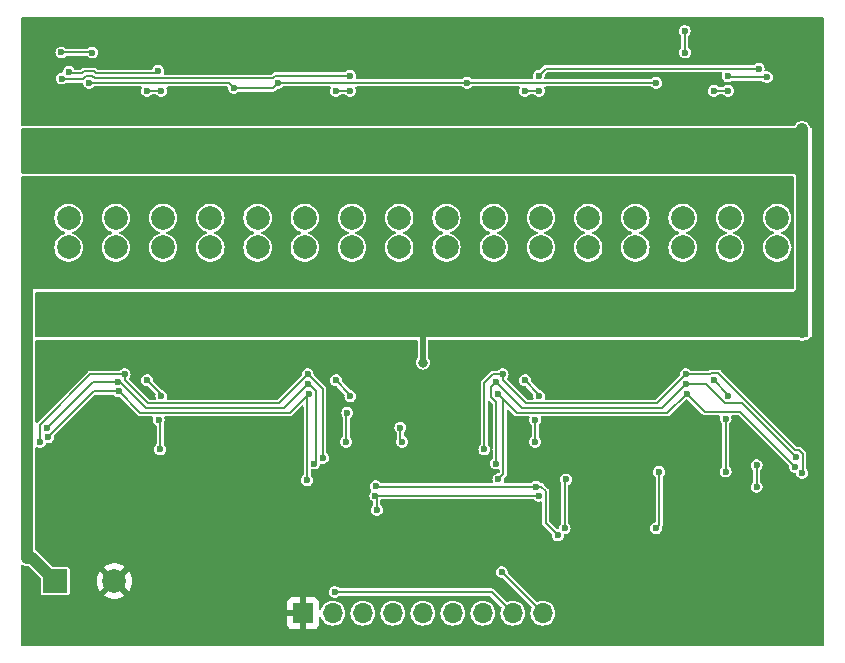
<source format=gbr>
%TF.GenerationSoftware,KiCad,Pcbnew,7.0.1*%
%TF.CreationDate,2024-03-30T14:25:32-04:00*%
%TF.ProjectId,TacTile2-C,54616354-696c-4653-922d-432e6b696361,rev?*%
%TF.SameCoordinates,Original*%
%TF.FileFunction,Copper,L2,Bot*%
%TF.FilePolarity,Positive*%
%FSLAX46Y46*%
G04 Gerber Fmt 4.6, Leading zero omitted, Abs format (unit mm)*
G04 Created by KiCad (PCBNEW 7.0.1) date 2024-03-30 14:25:32*
%MOMM*%
%LPD*%
G01*
G04 APERTURE LIST*
%TA.AperFunction,ComponentPad*%
%ADD10C,2.000000*%
%TD*%
%TA.AperFunction,ComponentPad*%
%ADD11R,2.000000X2.000000*%
%TD*%
%TA.AperFunction,ComponentPad*%
%ADD12R,1.700000X1.700000*%
%TD*%
%TA.AperFunction,ComponentPad*%
%ADD13O,1.700000X1.700000*%
%TD*%
%TA.AperFunction,ViaPad*%
%ADD14C,0.800000*%
%TD*%
%TA.AperFunction,ViaPad*%
%ADD15C,0.600000*%
%TD*%
%TA.AperFunction,Conductor*%
%ADD16C,1.000000*%
%TD*%
%TA.AperFunction,Conductor*%
%ADD17C,0.200000*%
%TD*%
%TA.AperFunction,Conductor*%
%ADD18C,0.500000*%
%TD*%
G04 APERTURE END LIST*
D10*
%TO.P,J8,1,Pin_1*%
%TO.N,/X_Control/OUT14*%
X52000000Y-37000000D03*
%TO.P,J8,2,Pin_2*%
%TO.N,/X_Control/OUT15*%
X52000000Y-39500000D03*
%TD*%
%TO.P,J15,1,Pin_1*%
%TO.N,/Y_Control/OUT10*%
X76000000Y-37000000D03*
%TO.P,J15,2,Pin_2*%
%TO.N,/Y_Control/OUT11*%
X76000000Y-39500000D03*
%TD*%
%TO.P,J13,1,Pin_1*%
%TO.N,/Y_Control/OUT6*%
X68000000Y-37000000D03*
%TO.P,J13,2,Pin_2*%
%TO.N,/Y_Control/OUT7*%
X68000000Y-39500000D03*
%TD*%
%TO.P,J4,1,Pin_1*%
%TO.N,/X_Control/OUT6*%
X36000000Y-37000000D03*
%TO.P,J4,2,Pin_2*%
%TO.N,/X_Control/OUT7*%
X36000000Y-39500000D03*
%TD*%
%TO.P,J6,1,Pin_1*%
%TO.N,/X_Control/OUT10*%
X44000000Y-37000000D03*
%TO.P,J6,2,Pin_2*%
%TO.N,/X_Control/OUT11*%
X44000000Y-39500000D03*
%TD*%
%TO.P,J7,1,Pin_1*%
%TO.N,/X_Control/OUT12*%
X48000000Y-37000000D03*
%TO.P,J7,2,Pin_2*%
%TO.N,/X_Control/OUT13*%
X48000000Y-39500000D03*
%TD*%
%TO.P,J3,1,Pin_1*%
%TO.N,/X_Control/OUT4*%
X32000000Y-37000000D03*
%TO.P,J3,2,Pin_2*%
%TO.N,/X_Control/OUT5*%
X32000000Y-39500000D03*
%TD*%
%TO.P,J2,1,Pin_1*%
%TO.N,/X_Control/OUT2*%
X28000000Y-37000000D03*
%TO.P,J2,2,Pin_2*%
%TO.N,/X_Control/OUT3*%
X28000000Y-39500000D03*
%TD*%
D11*
%TO.P,C19,1*%
%TO.N,VIN*%
X22882323Y-67750000D03*
D10*
%TO.P,C19,2*%
%TO.N,GND*%
X27882323Y-67750000D03*
%TD*%
%TO.P,J11,1,Pin_1*%
%TO.N,/Y_Control/OUT2*%
X60000000Y-37000000D03*
%TO.P,J11,2,Pin_2*%
%TO.N,/Y_Control/OUT3*%
X60000000Y-39500000D03*
%TD*%
%TO.P,J10,1,Pin_1*%
%TO.N,/Y_Control/OUT0*%
X56000000Y-37000000D03*
%TO.P,J10,2,Pin_2*%
%TO.N,/Y_Control/OUT1*%
X56000000Y-39500000D03*
%TD*%
D12*
%TO.P,J9,1,Pin_1*%
%TO.N,GND*%
X43840000Y-70475000D03*
D13*
%TO.P,J9,2,Pin_2*%
%TO.N,VIN*%
X46380000Y-70475000D03*
%TO.P,J9,3,Pin_3*%
%TO.N,VCC*%
X48920000Y-70475000D03*
%TO.P,J9,4,Pin_4*%
%TO.N,SERX*%
X51460000Y-70475000D03*
%TO.P,J9,5,Pin_5*%
%TO.N,SERY*%
X54000000Y-70475000D03*
%TO.P,J9,6,Pin_6*%
%TO.N,CLK*%
X56540000Y-70475000D03*
%TO.P,J9,7,Pin_7*%
%TO.N,RCLK*%
X59080000Y-70475000D03*
%TO.P,J9,8,Pin_8*%
%TO.N,PWM*%
X61620000Y-70475000D03*
%TO.P,J9,9,Pin_9*%
%TO.N,VOUT*%
X64160000Y-70475000D03*
%TD*%
D10*
%TO.P,J16,1,Pin_1*%
%TO.N,/Y_Control/OUT12*%
X80000000Y-37000000D03*
%TO.P,J16,2,Pin_2*%
%TO.N,/Y_Control/OUT13*%
X80000000Y-39500000D03*
%TD*%
%TO.P,J1,1,Pin_1*%
%TO.N,/X_Control/OUT0*%
X24000000Y-37000000D03*
%TO.P,J1,2,Pin_2*%
%TO.N,/X_Control/OUT1*%
X24000000Y-39500000D03*
%TD*%
%TO.P,J12,1,Pin_1*%
%TO.N,/Y_Control/OUT4*%
X64000000Y-37000000D03*
%TO.P,J12,2,Pin_2*%
%TO.N,/Y_Control/OUT5*%
X64000000Y-39500000D03*
%TD*%
%TO.P,J14,1,Pin_1*%
%TO.N,/Y_Control/OUT8*%
X72000000Y-37000000D03*
%TO.P,J14,2,Pin_2*%
%TO.N,/Y_Control/OUT9*%
X72000000Y-39500000D03*
%TD*%
%TO.P,J5,1,Pin_1*%
%TO.N,/X_Control/OUT8*%
X40000000Y-37000000D03*
%TO.P,J5,2,Pin_2*%
%TO.N,/X_Control/OUT9*%
X40000000Y-39500000D03*
%TD*%
%TO.P,J17,1,Pin_1*%
%TO.N,/Y_Control/OUT14*%
X84000000Y-37000000D03*
%TO.P,J17,2,Pin_2*%
%TO.N,/Y_Control/OUT15*%
X84000000Y-39500000D03*
%TD*%
D14*
%TO.N,SENSE*%
X36000000Y-31250000D03*
%TO.N,VIN*%
X24999500Y-35700000D03*
%TO.N,SENSE*%
X28000000Y-31250000D03*
%TO.N,VIN*%
X28999500Y-35700000D03*
X36999500Y-35700000D03*
%TO.N,SENSE*%
X24000000Y-31250000D03*
X32000000Y-31250000D03*
%TO.N,VIN*%
X32999500Y-35700000D03*
%TO.N,SENSE*%
X52000000Y-31250000D03*
%TO.N,VIN*%
X40999500Y-35700000D03*
%TO.N,SENSE*%
X44000000Y-31250000D03*
%TO.N,VIN*%
X44999500Y-35700000D03*
X52999500Y-35700000D03*
%TO.N,SENSE*%
X40000000Y-31250000D03*
X48000000Y-31250000D03*
%TO.N,VIN*%
X48999500Y-35700000D03*
%TO.N,SENSE*%
X68000000Y-31250000D03*
%TO.N,VIN*%
X56999500Y-35700000D03*
%TO.N,SENSE*%
X60000000Y-31250000D03*
%TO.N,VIN*%
X60999500Y-35700000D03*
X68999500Y-35700000D03*
%TO.N,SENSE*%
X56000000Y-31250000D03*
X64000000Y-31250000D03*
%TO.N,VIN*%
X64999500Y-35700000D03*
%TO.N,SENSE*%
X72000000Y-31250000D03*
%TO.N,VIN*%
X72999500Y-35700000D03*
%TO.N,SENSE*%
X76000000Y-31250000D03*
%TO.N,VIN*%
X76999500Y-35700000D03*
%TO.N,SENSE*%
X80000000Y-31250000D03*
%TO.N,VIN*%
X80999500Y-35700000D03*
%TO.N,SENSE*%
X80000000Y-45250000D03*
X84000000Y-45250000D03*
%TO.N,VIN*%
X82699750Y-40800250D03*
X78699750Y-40800250D03*
%TO.N,SENSE*%
X72000000Y-45250000D03*
X76000000Y-45250000D03*
%TO.N,VIN*%
X74699750Y-40800250D03*
X70699750Y-40800250D03*
%TO.N,SENSE*%
X64000000Y-45250000D03*
X68000000Y-45250000D03*
%TO.N,VIN*%
X66699750Y-40800250D03*
X62699750Y-40800250D03*
%TO.N,SENSE*%
X56000000Y-45250000D03*
X60000000Y-45250000D03*
%TO.N,VIN*%
X58699750Y-40800250D03*
X54699750Y-40800250D03*
%TO.N,SENSE*%
X48000000Y-45250000D03*
X52000000Y-45250000D03*
%TO.N,VIN*%
X50699750Y-40800250D03*
X46699750Y-40800250D03*
%TO.N,SENSE*%
X40000000Y-45250000D03*
X44000000Y-45250000D03*
%TO.N,VIN*%
X42699750Y-40800250D03*
X38699750Y-40800250D03*
%TO.N,SENSE*%
X32000000Y-45250000D03*
X36000000Y-45250000D03*
%TO.N,VIN*%
X34699750Y-40800250D03*
X30699750Y-40800250D03*
%TO.N,SENSE*%
X28000000Y-45250000D03*
%TO.N,VIN*%
X26699750Y-40800250D03*
X84999500Y-35700000D03*
X22699750Y-40800250D03*
D15*
%TO.N,GND*%
X72750000Y-54101833D03*
X83200000Y-56600000D03*
X66000000Y-22400000D03*
X82000000Y-51500000D03*
X23000000Y-27250000D03*
X85000000Y-27250000D03*
X49000000Y-49250000D03*
X49000000Y-27250000D03*
X72250000Y-26750000D03*
X34000000Y-51500000D03*
X67000000Y-27250000D03*
X65000000Y-27250000D03*
X37000000Y-49250000D03*
X83000000Y-27250000D03*
X76269772Y-60263528D03*
X86750000Y-68500000D03*
X77000000Y-49250000D03*
X24750000Y-54000000D03*
X58000000Y-61750000D03*
X53000000Y-27250000D03*
D14*
X55500000Y-54660500D03*
D15*
X50000000Y-50000000D03*
X35000000Y-27250000D03*
X75000000Y-49250000D03*
X47000000Y-49250000D03*
X57600000Y-57000000D03*
X35000000Y-49250000D03*
X51000000Y-49250000D03*
X83000000Y-49250000D03*
X79000000Y-49250000D03*
X50000000Y-51500000D03*
X52682759Y-52829110D03*
X42000000Y-61750000D03*
X41000000Y-27250000D03*
X50000000Y-50750000D03*
X50000000Y-22400000D03*
X57000000Y-27250000D03*
X23000000Y-49250000D03*
X35200000Y-56600000D03*
X71000000Y-27250000D03*
X63729572Y-58962569D03*
X55000000Y-49250000D03*
X79750000Y-21799500D03*
X50000000Y-21600000D03*
X51200000Y-56600000D03*
X53000000Y-49250000D03*
X77000000Y-27250000D03*
X43000000Y-27250000D03*
X81000000Y-27250000D03*
X63000000Y-49250000D03*
X41000000Y-49250000D03*
X47000000Y-27250000D03*
X24238627Y-26769127D03*
X79750000Y-22500000D03*
X40250000Y-26750000D03*
X75000000Y-27250000D03*
X82000000Y-50750000D03*
X82000000Y-50099500D03*
X73000000Y-27250000D03*
X63000000Y-27250000D03*
X34000000Y-21600000D03*
X34000000Y-22400000D03*
X79000000Y-27250000D03*
X76250000Y-61675500D03*
X61000000Y-27250000D03*
X66000000Y-50250000D03*
X25000000Y-49250000D03*
X81000000Y-49250000D03*
X25000000Y-27250000D03*
X51900000Y-52900000D03*
X43000000Y-49250000D03*
X31000000Y-27250000D03*
X66000000Y-21600000D03*
X79730228Y-23236472D03*
X67000000Y-49250000D03*
X65000000Y-49250000D03*
X52900000Y-54760500D03*
X27000000Y-49250000D03*
X50000000Y-23200000D03*
X76250000Y-61000000D03*
X40750000Y-54091833D03*
X39000000Y-27250000D03*
X47750000Y-59250000D03*
X66002647Y-51748279D03*
X31000000Y-49250000D03*
X71000000Y-49250000D03*
X34000000Y-23200000D03*
X80750000Y-62500000D03*
X66002647Y-23248279D03*
X61000000Y-49250000D03*
X55000000Y-27250000D03*
X34000000Y-50750000D03*
X69000000Y-49250000D03*
X67200000Y-56600000D03*
X34000000Y-61750000D03*
X27000000Y-27250000D03*
X33000000Y-49250000D03*
X59000000Y-27250000D03*
X34000000Y-50000000D03*
X69000000Y-27250000D03*
X33000000Y-27250000D03*
X86750000Y-65500000D03*
X29000000Y-49250000D03*
X51000000Y-27250000D03*
X26000000Y-62000000D03*
X56250000Y-26750000D03*
X85000000Y-49250000D03*
X39000000Y-49250000D03*
X26000000Y-61000000D03*
X45000000Y-49250000D03*
X66000000Y-51000000D03*
X29000000Y-27250000D03*
X59000000Y-49250000D03*
X26065129Y-60337660D03*
X86750000Y-71500000D03*
X37000000Y-27250000D03*
X73000000Y-49250000D03*
X57000000Y-49250000D03*
X45000000Y-27250000D03*
%TO.N,VCC*%
X41750000Y-25564500D03*
X57750000Y-25564500D03*
X82250000Y-57925500D03*
X25750000Y-25574500D03*
X38000000Y-26000000D03*
X82250000Y-59774500D03*
X73750000Y-25564500D03*
D14*
%TO.N,SENSE*%
X54000000Y-49250000D03*
X24000000Y-45250000D03*
X84000000Y-31250000D03*
D15*
%TO.N,SERY*%
X66000000Y-63274500D03*
X66101089Y-59148911D03*
%TO.N,Net-(U12-A0)*%
X31599500Y-24548911D03*
X24018511Y-24637845D03*
%TO.N,Net-(U12-A1)*%
X47849500Y-24965000D03*
X23452119Y-25202119D03*
%TO.N,/X_Control/G4A*%
X30642452Y-26250000D03*
X31849500Y-26250000D03*
%TO.N,/X_Control/G12A*%
X46642452Y-26250000D03*
X47849500Y-26240000D03*
%TO.N,/Y_Control/G4A*%
X62642452Y-26250000D03*
X63849500Y-26240000D03*
%TO.N,/Y_Control/G12A*%
X79849500Y-26240000D03*
X78642452Y-26250000D03*
%TO.N,/Y_Control/G5B*%
X63849500Y-52102333D03*
X62650500Y-50760000D03*
%TO.N,/Y_Control/G13B*%
X79849500Y-52102333D03*
X78650500Y-50760000D03*
%TO.N,/X_Control/G5B*%
X30650500Y-50750000D03*
X31849500Y-52092333D03*
%TO.N,/X_Control/G13B*%
X47849500Y-52102333D03*
X46650500Y-50760000D03*
%TO.N,VOUT*%
X52250000Y-55959500D03*
X60668589Y-66983589D03*
X52100601Y-54747587D03*
%TO.N,Net-(U12-A2)*%
X31625500Y-54091833D03*
X31750000Y-56600000D03*
%TO.N,/X_Control/S0*%
X44274160Y-51073663D03*
X44800000Y-57800000D03*
X22177178Y-54775000D03*
X28161737Y-50865532D03*
%TO.N,/X_Control/DIR*%
X22280581Y-55567788D03*
X44338567Y-51870565D03*
X23396100Y-22996100D03*
X28257900Y-51671407D03*
X44200000Y-59200000D03*
X26000000Y-23000000D03*
%TO.N,Net-(U12-A3)*%
X47500000Y-55959500D03*
X47599500Y-53500000D03*
%TO.N,PWM*%
X73750000Y-63274500D03*
X46550500Y-68671993D03*
X74000000Y-58500000D03*
%TO.N,Net-(U13-A0)*%
X82424254Y-24375746D03*
X63799500Y-24965000D03*
%TO.N,Net-(U13-A1)*%
X83124253Y-25075746D03*
X79800000Y-25000000D03*
%TO.N,/X_Control/S1*%
X21586416Y-55964448D03*
X28750000Y-50250000D03*
X45538067Y-57324500D03*
X44250000Y-50250000D03*
%TO.N,Net-(U13-A2)*%
X63500000Y-54101833D03*
X63500000Y-55959500D03*
%TO.N,/Y_Control/S0*%
X60200000Y-57800000D03*
X60161737Y-50865532D03*
X85571058Y-57274706D03*
X76274160Y-51073663D03*
%TO.N,/Y_Control/DIR*%
X60400000Y-59124500D03*
X60349191Y-51900809D03*
X85498224Y-58070884D03*
X76338567Y-51870567D03*
X76173201Y-21176851D03*
X76200000Y-23000000D03*
%TO.N,Net-(U10-A)*%
X79625500Y-54000000D03*
X79625500Y-58474500D03*
%TO.N,/Y_Control/S1*%
X60750000Y-50250000D03*
X86105836Y-58590510D03*
X76250000Y-50250000D03*
X59200000Y-56600000D03*
%TO.N,CLK*%
X49976089Y-60525500D03*
X50099500Y-61724500D03*
X63799500Y-60525500D03*
%TO.N,RCLK*%
X50000500Y-59726370D03*
X65420651Y-63874000D03*
X63599500Y-59751418D03*
%TD*%
D16*
%TO.N,VIN*%
X20900000Y-65767677D02*
X22882323Y-67750000D01*
X20500000Y-65767677D02*
X20900000Y-65767677D01*
X20500000Y-42000000D02*
X20500000Y-65767677D01*
%TO.N,GND*%
X87450000Y-26600000D02*
X87450000Y-49200000D01*
D17*
%TO.N,VCC*%
X41750000Y-25564500D02*
X57750000Y-25564500D01*
X41750000Y-25564500D02*
X41314500Y-26000000D01*
X37574500Y-25574500D02*
X25750000Y-25574500D01*
X38000000Y-26000000D02*
X37574500Y-25574500D01*
X41314500Y-26000000D02*
X38000000Y-26000000D01*
X57750000Y-25564500D02*
X73750000Y-25564500D01*
X82250000Y-59774500D02*
X82250000Y-57925500D01*
D16*
%TO.N,SENSE*%
X86100000Y-46700000D02*
X86100000Y-29500000D01*
D18*
X54000000Y-49250000D02*
X54000000Y-46500000D01*
D17*
%TO.N,SERY*%
X66000000Y-63274500D02*
X66000000Y-59250000D01*
X66000000Y-59250000D02*
X66101089Y-59148911D01*
%TO.N,Net-(U12-A0)*%
X26164214Y-24574500D02*
X26339714Y-24750000D01*
X31398411Y-24750000D02*
X31599500Y-24548911D01*
X24018511Y-24637845D02*
X24130666Y-24750000D01*
X25160285Y-24750000D02*
X25335786Y-24574500D01*
X24130666Y-24750000D02*
X25160285Y-24750000D01*
X26339714Y-24750000D02*
X31398411Y-24750000D01*
X25335786Y-24574500D02*
X26164214Y-24574500D01*
%TO.N,Net-(U12-A1)*%
X25998529Y-24974500D02*
X26198529Y-25174500D01*
X26198529Y-25174500D02*
X41291471Y-25174500D01*
X23500000Y-25250000D02*
X25225971Y-25250000D01*
X41291471Y-25174500D02*
X41500971Y-24965000D01*
X25501471Y-24974500D02*
X25998529Y-24974500D01*
X25225971Y-25250000D02*
X25501471Y-24974500D01*
X41500971Y-24965000D02*
X47849500Y-24965000D01*
X23452119Y-25202119D02*
X23500000Y-25250000D01*
%TO.N,/X_Control/G4A*%
X30642452Y-26250000D02*
X31849500Y-26250000D01*
%TO.N,/X_Control/G12A*%
X46652452Y-26240000D02*
X47849500Y-26240000D01*
X46642452Y-26250000D02*
X46652452Y-26240000D01*
%TO.N,/Y_Control/G4A*%
X62652452Y-26240000D02*
X63849500Y-26240000D01*
X62642452Y-26250000D02*
X62652452Y-26240000D01*
%TO.N,/Y_Control/G12A*%
X78652452Y-26240000D02*
X79849500Y-26240000D01*
X78642452Y-26250000D02*
X78652452Y-26240000D01*
%TO.N,/Y_Control/G5B*%
X63849500Y-51959000D02*
X62650500Y-50760000D01*
%TO.N,/Y_Control/G13B*%
X79849500Y-51959000D02*
X78650500Y-50760000D01*
%TO.N,/X_Control/G5B*%
X31849500Y-52092333D02*
X31849500Y-51949000D01*
X31849500Y-51949000D02*
X30650500Y-50750000D01*
%TO.N,/X_Control/G13B*%
X47849500Y-51959000D02*
X46650500Y-50760000D01*
%TO.N,VOUT*%
X60668589Y-66983589D02*
X64160000Y-70475000D01*
X52100601Y-55810101D02*
X52250000Y-55959500D01*
X52100601Y-54747587D02*
X52100601Y-55810101D01*
%TO.N,Net-(U12-A2)*%
X31750000Y-54216333D02*
X31625500Y-54091833D01*
X31750000Y-56600000D02*
X31750000Y-54216333D01*
%TO.N,/X_Control/S0*%
X42255490Y-53092333D02*
X44274160Y-51073663D01*
X22177178Y-54775000D02*
X26086646Y-50865532D01*
X44800000Y-57800000D02*
X44938567Y-57661433D01*
X28150000Y-50715685D02*
X30526648Y-53092333D01*
X44938567Y-57661433D02*
X44938567Y-51622036D01*
X30526648Y-53092333D02*
X42255490Y-53092333D01*
X26086646Y-50865532D02*
X28161737Y-50865532D01*
X44390194Y-51073663D02*
X44274160Y-51073663D01*
X28161737Y-50865532D02*
X28150000Y-50853795D01*
X44938567Y-51622036D02*
X44390194Y-51073663D01*
X28150000Y-50853795D02*
X28150000Y-50715685D01*
%TO.N,/X_Control/DIR*%
X44200000Y-52009132D02*
X44338567Y-51870565D01*
X23396100Y-22996100D02*
X25996100Y-22996100D01*
X28257900Y-51671407D02*
X30078826Y-53492333D01*
X25996100Y-22996100D02*
X26000000Y-23000000D01*
X44200000Y-59200000D02*
X44200000Y-52009132D01*
X42716799Y-53492333D02*
X44338567Y-51870565D01*
X30078826Y-53492333D02*
X42716799Y-53492333D01*
X22280581Y-55519419D02*
X26128593Y-51671407D01*
X22280581Y-55567788D02*
X22280581Y-55519419D01*
X26128593Y-51671407D02*
X28257900Y-51671407D01*
%TO.N,Net-(U12-A3)*%
X47500000Y-55959500D02*
X47500000Y-53599500D01*
X47500000Y-53599500D02*
X47599500Y-53500000D01*
%TO.N,PWM*%
X46550500Y-68671993D02*
X59816993Y-68671993D01*
X73750000Y-63274500D02*
X74000000Y-63024500D01*
X74000000Y-63024500D02*
X74000000Y-58500000D01*
X59816993Y-68671993D02*
X61620000Y-70475000D01*
%TO.N,Net-(U13-A0)*%
X64388754Y-24375746D02*
X82424254Y-24375746D01*
X63799500Y-24965000D02*
X64388754Y-24375746D01*
%TO.N,Net-(U13-A1)*%
X79875746Y-25075746D02*
X79800000Y-25000000D01*
X83124253Y-25075746D02*
X79875746Y-25075746D01*
%TO.N,/X_Control/S1*%
X45538067Y-51489041D02*
X44299026Y-50250000D01*
X21577178Y-54526471D02*
X25853649Y-50250000D01*
X30692333Y-52692333D02*
X41807667Y-52692333D01*
X28750000Y-50750000D02*
X30692333Y-52692333D01*
X21586416Y-55964448D02*
X21577178Y-55955210D01*
X44299026Y-50250000D02*
X44250000Y-50250000D01*
X25853649Y-50250000D02*
X28750000Y-50250000D01*
X28750000Y-50250000D02*
X28750000Y-50750000D01*
X45538067Y-57324500D02*
X45538067Y-51489041D01*
X21577178Y-55955210D02*
X21577178Y-54526471D01*
X41807667Y-52692333D02*
X44250000Y-50250000D01*
%TO.N,Net-(U13-A2)*%
X63500000Y-55959500D02*
X63500000Y-54101833D01*
%TO.N,/Y_Control/S0*%
X60200000Y-52600147D02*
X59749191Y-52149338D01*
X74245490Y-53102333D02*
X76274160Y-51073663D01*
X60161737Y-50865532D02*
X62398538Y-53102333D01*
X77972301Y-51073663D02*
X76274160Y-51073663D01*
X59749191Y-51278078D02*
X60161737Y-50865532D01*
X60200000Y-57800000D02*
X60200000Y-52600147D01*
X79600971Y-52702333D02*
X77972301Y-51073663D01*
X62398538Y-53102333D02*
X74245490Y-53102333D01*
X59749191Y-52149338D02*
X59749191Y-51278078D01*
X85571058Y-57274706D02*
X80998685Y-52702333D01*
X80998685Y-52702333D02*
X79600971Y-52702333D01*
%TO.N,/Y_Control/DIR*%
X76173201Y-21176851D02*
X76173201Y-22973201D01*
X77868000Y-53400000D02*
X76338567Y-51870567D01*
X85498224Y-58049695D02*
X80848529Y-53400000D01*
X85498224Y-58070884D02*
X85498224Y-58049695D01*
X80848529Y-53400000D02*
X77868000Y-53400000D01*
X60349191Y-51900809D02*
X61950715Y-53502333D01*
X60800000Y-52351618D02*
X60349191Y-51900809D01*
X60800000Y-58724500D02*
X60800000Y-52351618D01*
X61950715Y-53502333D02*
X74706801Y-53502333D01*
X60400000Y-59124500D02*
X60800000Y-58724500D01*
X74706801Y-53502333D02*
X76338567Y-51870567D01*
X76173201Y-22973201D02*
X76200000Y-23000000D01*
%TO.N,Net-(U10-A)*%
X79625500Y-54000000D02*
X79625500Y-58474500D01*
%TO.N,/Y_Control/S1*%
X86171058Y-57026177D02*
X85819587Y-56674706D01*
X78311971Y-50250000D02*
X76250000Y-50250000D01*
X73797667Y-52702333D02*
X76250000Y-50250000D01*
X62702333Y-52702333D02*
X73797667Y-52702333D01*
X60750000Y-50750000D02*
X62702333Y-52702333D01*
X86171058Y-58525288D02*
X86171058Y-57026177D01*
X59200000Y-50978740D02*
X59928740Y-50250000D01*
X85819587Y-56674706D02*
X85536744Y-56674706D01*
X78401971Y-50160000D02*
X78311971Y-50250000D01*
X79022038Y-50160000D02*
X78401971Y-50160000D01*
X85536744Y-56674706D02*
X79022038Y-50160000D01*
X60750000Y-50250000D02*
X60750000Y-50750000D01*
X59928740Y-50250000D02*
X60750000Y-50250000D01*
X59200000Y-56600000D02*
X59200000Y-50978740D01*
X86105836Y-58590510D02*
X86171058Y-58525288D01*
%TO.N,CLK*%
X63799500Y-60525500D02*
X49976089Y-60525500D01*
X50099500Y-60648911D02*
X49976089Y-60525500D01*
X50099500Y-61724500D02*
X50099500Y-60648911D01*
%TO.N,RCLK*%
X50025548Y-59751418D02*
X50000500Y-59726370D01*
X63599500Y-59751418D02*
X50025548Y-59751418D01*
X65420651Y-63874000D02*
X64399500Y-62852849D01*
X64001418Y-59751418D02*
X63599500Y-59751418D01*
X64399500Y-62852849D02*
X64399500Y-60149500D01*
X64399500Y-60149500D02*
X64001418Y-59751418D01*
%TD*%
%TA.AperFunction,Conductor*%
%TO.N,SENSE*%
G36*
X86550500Y-29413263D02*
G01*
X86586737Y-29449500D01*
X86600000Y-29499000D01*
X86600000Y-33351000D01*
X86586737Y-33400500D01*
X86550500Y-33436737D01*
X86501000Y-33450000D01*
X85652413Y-33450000D01*
X85597414Y-33433317D01*
X85574442Y-33405327D01*
X85572142Y-33407093D01*
X85564206Y-33396751D01*
X85531547Y-33354190D01*
X85495310Y-33317953D01*
X85452749Y-33285294D01*
X85452748Y-33285293D01*
X85403183Y-33264764D01*
X85353684Y-33251501D01*
X85300500Y-33244500D01*
X20099500Y-33244500D01*
X20050000Y-33231237D01*
X20013763Y-33195000D01*
X20000500Y-33145500D01*
X20000500Y-29499000D01*
X20013763Y-29449500D01*
X20050000Y-29413263D01*
X20099500Y-29400000D01*
X86501000Y-29400000D01*
X86550500Y-29413263D01*
G37*
%TD.AperFunction*%
%TD*%
%TA.AperFunction,Conductor*%
%TO.N,VIN*%
G36*
X85350000Y-33463263D02*
G01*
X85386237Y-33499500D01*
X85399500Y-33549000D01*
X85399500Y-36950714D01*
X85383987Y-37000000D01*
X85399500Y-37049286D01*
X85399500Y-39450714D01*
X85383987Y-39499999D01*
X85399500Y-39549286D01*
X85399500Y-42951000D01*
X85386237Y-43000500D01*
X85350000Y-43036737D01*
X85300500Y-43050000D01*
X20099500Y-43050000D01*
X20050000Y-43036737D01*
X20013763Y-43000500D01*
X20000500Y-42951000D01*
X20000500Y-39500000D01*
X22794357Y-39500000D01*
X22814885Y-39721535D01*
X22875772Y-39935530D01*
X22974940Y-40134686D01*
X22974941Y-40134687D01*
X22974942Y-40134689D01*
X23109019Y-40312236D01*
X23273438Y-40462124D01*
X23462599Y-40579247D01*
X23670060Y-40659618D01*
X23670063Y-40659619D01*
X23888755Y-40700500D01*
X23888757Y-40700500D01*
X24111243Y-40700500D01*
X24111245Y-40700500D01*
X24329936Y-40659619D01*
X24329937Y-40659618D01*
X24329940Y-40659618D01*
X24537401Y-40579247D01*
X24726562Y-40462124D01*
X24890981Y-40312236D01*
X25025058Y-40134689D01*
X25124229Y-39935528D01*
X25185115Y-39721536D01*
X25205643Y-39500000D01*
X26794357Y-39500000D01*
X26814885Y-39721535D01*
X26875772Y-39935530D01*
X26974940Y-40134686D01*
X26974941Y-40134687D01*
X26974942Y-40134689D01*
X27109019Y-40312236D01*
X27273438Y-40462124D01*
X27462599Y-40579247D01*
X27670060Y-40659618D01*
X27670063Y-40659619D01*
X27888755Y-40700500D01*
X27888757Y-40700500D01*
X28111243Y-40700500D01*
X28111245Y-40700500D01*
X28329936Y-40659619D01*
X28329937Y-40659618D01*
X28329940Y-40659618D01*
X28537401Y-40579247D01*
X28726562Y-40462124D01*
X28890981Y-40312236D01*
X29025058Y-40134689D01*
X29124229Y-39935528D01*
X29185115Y-39721536D01*
X29205643Y-39500000D01*
X30794357Y-39500000D01*
X30814885Y-39721535D01*
X30875772Y-39935530D01*
X30974940Y-40134686D01*
X30974941Y-40134687D01*
X30974942Y-40134689D01*
X31109019Y-40312236D01*
X31273438Y-40462124D01*
X31462599Y-40579247D01*
X31670060Y-40659618D01*
X31670063Y-40659619D01*
X31888755Y-40700500D01*
X31888757Y-40700500D01*
X32111243Y-40700500D01*
X32111245Y-40700500D01*
X32329936Y-40659619D01*
X32329937Y-40659618D01*
X32329940Y-40659618D01*
X32537401Y-40579247D01*
X32726562Y-40462124D01*
X32890981Y-40312236D01*
X33025058Y-40134689D01*
X33124229Y-39935528D01*
X33185115Y-39721536D01*
X33205643Y-39500000D01*
X34794357Y-39500000D01*
X34814885Y-39721535D01*
X34875772Y-39935530D01*
X34974940Y-40134686D01*
X34974941Y-40134687D01*
X34974942Y-40134689D01*
X35109019Y-40312236D01*
X35273438Y-40462124D01*
X35462599Y-40579247D01*
X35670060Y-40659618D01*
X35670063Y-40659619D01*
X35888755Y-40700500D01*
X35888757Y-40700500D01*
X36111243Y-40700500D01*
X36111245Y-40700500D01*
X36329936Y-40659619D01*
X36329937Y-40659618D01*
X36329940Y-40659618D01*
X36537401Y-40579247D01*
X36726562Y-40462124D01*
X36890981Y-40312236D01*
X37025058Y-40134689D01*
X37124229Y-39935528D01*
X37185115Y-39721536D01*
X37205643Y-39500000D01*
X38794357Y-39500000D01*
X38814885Y-39721535D01*
X38875772Y-39935530D01*
X38974940Y-40134686D01*
X38974941Y-40134687D01*
X38974942Y-40134689D01*
X39109019Y-40312236D01*
X39273438Y-40462124D01*
X39462599Y-40579247D01*
X39670060Y-40659618D01*
X39670063Y-40659619D01*
X39888755Y-40700500D01*
X39888757Y-40700500D01*
X40111243Y-40700500D01*
X40111245Y-40700500D01*
X40329936Y-40659619D01*
X40329937Y-40659618D01*
X40329940Y-40659618D01*
X40537401Y-40579247D01*
X40726562Y-40462124D01*
X40890981Y-40312236D01*
X41025058Y-40134689D01*
X41124229Y-39935528D01*
X41185115Y-39721536D01*
X41205643Y-39500000D01*
X42794357Y-39500000D01*
X42814885Y-39721535D01*
X42875772Y-39935530D01*
X42974940Y-40134686D01*
X42974941Y-40134687D01*
X42974942Y-40134689D01*
X43109019Y-40312236D01*
X43273438Y-40462124D01*
X43462599Y-40579247D01*
X43670060Y-40659618D01*
X43670063Y-40659619D01*
X43888755Y-40700500D01*
X43888757Y-40700500D01*
X44111243Y-40700500D01*
X44111245Y-40700500D01*
X44329936Y-40659619D01*
X44329937Y-40659618D01*
X44329940Y-40659618D01*
X44537401Y-40579247D01*
X44726562Y-40462124D01*
X44890981Y-40312236D01*
X45025058Y-40134689D01*
X45124229Y-39935528D01*
X45185115Y-39721536D01*
X45205643Y-39500000D01*
X46794357Y-39500000D01*
X46814885Y-39721535D01*
X46875772Y-39935530D01*
X46974940Y-40134686D01*
X46974941Y-40134687D01*
X46974942Y-40134689D01*
X47109019Y-40312236D01*
X47273438Y-40462124D01*
X47462599Y-40579247D01*
X47670060Y-40659618D01*
X47670063Y-40659619D01*
X47888755Y-40700500D01*
X47888757Y-40700500D01*
X48111243Y-40700500D01*
X48111245Y-40700500D01*
X48329936Y-40659619D01*
X48329937Y-40659618D01*
X48329940Y-40659618D01*
X48537401Y-40579247D01*
X48726562Y-40462124D01*
X48890981Y-40312236D01*
X49025058Y-40134689D01*
X49124229Y-39935528D01*
X49185115Y-39721536D01*
X49205643Y-39500000D01*
X50794357Y-39500000D01*
X50814885Y-39721535D01*
X50875772Y-39935530D01*
X50974940Y-40134686D01*
X50974941Y-40134687D01*
X50974942Y-40134689D01*
X51109019Y-40312236D01*
X51273438Y-40462124D01*
X51462599Y-40579247D01*
X51670060Y-40659618D01*
X51670063Y-40659619D01*
X51888755Y-40700500D01*
X51888757Y-40700500D01*
X52111243Y-40700500D01*
X52111245Y-40700500D01*
X52329936Y-40659619D01*
X52329937Y-40659618D01*
X52329940Y-40659618D01*
X52537401Y-40579247D01*
X52726562Y-40462124D01*
X52890981Y-40312236D01*
X53025058Y-40134689D01*
X53124229Y-39935528D01*
X53185115Y-39721536D01*
X53205643Y-39500000D01*
X54794357Y-39500000D01*
X54814885Y-39721535D01*
X54875772Y-39935530D01*
X54974940Y-40134686D01*
X54974941Y-40134687D01*
X54974942Y-40134689D01*
X55109019Y-40312236D01*
X55273438Y-40462124D01*
X55462599Y-40579247D01*
X55670060Y-40659618D01*
X55670063Y-40659619D01*
X55888755Y-40700500D01*
X55888757Y-40700500D01*
X56111243Y-40700500D01*
X56111245Y-40700500D01*
X56329936Y-40659619D01*
X56329937Y-40659618D01*
X56329940Y-40659618D01*
X56537401Y-40579247D01*
X56726562Y-40462124D01*
X56890981Y-40312236D01*
X57025058Y-40134689D01*
X57124229Y-39935528D01*
X57185115Y-39721536D01*
X57205643Y-39500000D01*
X58794357Y-39500000D01*
X58814885Y-39721535D01*
X58875772Y-39935530D01*
X58974940Y-40134686D01*
X58974941Y-40134687D01*
X58974942Y-40134689D01*
X59109019Y-40312236D01*
X59273438Y-40462124D01*
X59462599Y-40579247D01*
X59670060Y-40659618D01*
X59670063Y-40659619D01*
X59888755Y-40700500D01*
X59888757Y-40700500D01*
X60111243Y-40700500D01*
X60111245Y-40700500D01*
X60329936Y-40659619D01*
X60329937Y-40659618D01*
X60329940Y-40659618D01*
X60537401Y-40579247D01*
X60726562Y-40462124D01*
X60890981Y-40312236D01*
X61025058Y-40134689D01*
X61124229Y-39935528D01*
X61185115Y-39721536D01*
X61205643Y-39500000D01*
X62794357Y-39500000D01*
X62814885Y-39721535D01*
X62875772Y-39935530D01*
X62974940Y-40134686D01*
X62974941Y-40134687D01*
X62974942Y-40134689D01*
X63109019Y-40312236D01*
X63273438Y-40462124D01*
X63462599Y-40579247D01*
X63670060Y-40659618D01*
X63670063Y-40659619D01*
X63888755Y-40700500D01*
X63888757Y-40700500D01*
X64111243Y-40700500D01*
X64111245Y-40700500D01*
X64329936Y-40659619D01*
X64329937Y-40659618D01*
X64329940Y-40659618D01*
X64537401Y-40579247D01*
X64726562Y-40462124D01*
X64890981Y-40312236D01*
X65025058Y-40134689D01*
X65124229Y-39935528D01*
X65185115Y-39721536D01*
X65205643Y-39500000D01*
X66794357Y-39500000D01*
X66814885Y-39721535D01*
X66875772Y-39935530D01*
X66974940Y-40134686D01*
X66974941Y-40134687D01*
X66974942Y-40134689D01*
X67109019Y-40312236D01*
X67273438Y-40462124D01*
X67462599Y-40579247D01*
X67670060Y-40659618D01*
X67670063Y-40659619D01*
X67888755Y-40700500D01*
X67888757Y-40700500D01*
X68111243Y-40700500D01*
X68111245Y-40700500D01*
X68329936Y-40659619D01*
X68329937Y-40659618D01*
X68329940Y-40659618D01*
X68537401Y-40579247D01*
X68726562Y-40462124D01*
X68890981Y-40312236D01*
X69025058Y-40134689D01*
X69124229Y-39935528D01*
X69185115Y-39721536D01*
X69205643Y-39500000D01*
X70794357Y-39500000D01*
X70814885Y-39721535D01*
X70875772Y-39935530D01*
X70974940Y-40134686D01*
X70974941Y-40134687D01*
X70974942Y-40134689D01*
X71109019Y-40312236D01*
X71273438Y-40462124D01*
X71462599Y-40579247D01*
X71670060Y-40659618D01*
X71670063Y-40659619D01*
X71888755Y-40700500D01*
X71888757Y-40700500D01*
X72111243Y-40700500D01*
X72111245Y-40700500D01*
X72329936Y-40659619D01*
X72329937Y-40659618D01*
X72329940Y-40659618D01*
X72537401Y-40579247D01*
X72726562Y-40462124D01*
X72890981Y-40312236D01*
X73025058Y-40134689D01*
X73124229Y-39935528D01*
X73185115Y-39721536D01*
X73205643Y-39500000D01*
X74794357Y-39500000D01*
X74814885Y-39721535D01*
X74875772Y-39935530D01*
X74974940Y-40134686D01*
X74974941Y-40134687D01*
X74974942Y-40134689D01*
X75109019Y-40312236D01*
X75273438Y-40462124D01*
X75462599Y-40579247D01*
X75670060Y-40659618D01*
X75670063Y-40659619D01*
X75888755Y-40700500D01*
X75888757Y-40700500D01*
X76111243Y-40700500D01*
X76111245Y-40700500D01*
X76329936Y-40659619D01*
X76329937Y-40659618D01*
X76329940Y-40659618D01*
X76537401Y-40579247D01*
X76726562Y-40462124D01*
X76890981Y-40312236D01*
X77025058Y-40134689D01*
X77124229Y-39935528D01*
X77185115Y-39721536D01*
X77205643Y-39500000D01*
X78794357Y-39500000D01*
X78814885Y-39721535D01*
X78875772Y-39935530D01*
X78974940Y-40134686D01*
X78974941Y-40134687D01*
X78974942Y-40134689D01*
X79109019Y-40312236D01*
X79273438Y-40462124D01*
X79462599Y-40579247D01*
X79670060Y-40659618D01*
X79670063Y-40659619D01*
X79888755Y-40700500D01*
X79888757Y-40700500D01*
X80111243Y-40700500D01*
X80111245Y-40700500D01*
X80329936Y-40659619D01*
X80329937Y-40659618D01*
X80329940Y-40659618D01*
X80537401Y-40579247D01*
X80726562Y-40462124D01*
X80890981Y-40312236D01*
X81025058Y-40134689D01*
X81124229Y-39935528D01*
X81185115Y-39721536D01*
X81205643Y-39500000D01*
X82794357Y-39500000D01*
X82814885Y-39721535D01*
X82875772Y-39935530D01*
X82974940Y-40134686D01*
X82974941Y-40134687D01*
X82974942Y-40134689D01*
X83109019Y-40312236D01*
X83273438Y-40462124D01*
X83462599Y-40579247D01*
X83670060Y-40659618D01*
X83670063Y-40659619D01*
X83888755Y-40700500D01*
X83888757Y-40700500D01*
X84111243Y-40700500D01*
X84111245Y-40700500D01*
X84329936Y-40659619D01*
X84329937Y-40659618D01*
X84329940Y-40659618D01*
X84537401Y-40579247D01*
X84726562Y-40462124D01*
X84890981Y-40312236D01*
X85025058Y-40134689D01*
X85124229Y-39935528D01*
X85185115Y-39721536D01*
X85201922Y-39540150D01*
X85218771Y-39500000D01*
X85201922Y-39459848D01*
X85201076Y-39450714D01*
X85185115Y-39278464D01*
X85124229Y-39064472D01*
X85025058Y-38865311D01*
X84890981Y-38687764D01*
X84726562Y-38537876D01*
X84537401Y-38420753D01*
X84537399Y-38420752D01*
X84440790Y-38383325D01*
X84334928Y-38342314D01*
X84289017Y-38305948D01*
X84271692Y-38250000D01*
X84289017Y-38194052D01*
X84334928Y-38157685D01*
X84537401Y-38079247D01*
X84726562Y-37962124D01*
X84890981Y-37812236D01*
X85025058Y-37634689D01*
X85124229Y-37435528D01*
X85185115Y-37221536D01*
X85201922Y-37040150D01*
X85218771Y-37000000D01*
X85201922Y-36959848D01*
X85201076Y-36950714D01*
X85185115Y-36778464D01*
X85124229Y-36564472D01*
X85025058Y-36365311D01*
X84890981Y-36187764D01*
X84726562Y-36037876D01*
X84537401Y-35920753D01*
X84537399Y-35920752D01*
X84329936Y-35840380D01*
X84111245Y-35799500D01*
X84111243Y-35799500D01*
X83888757Y-35799500D01*
X83888755Y-35799500D01*
X83670063Y-35840380D01*
X83462600Y-35920752D01*
X83273436Y-36037877D01*
X83109020Y-36187763D01*
X82974940Y-36365313D01*
X82875772Y-36564469D01*
X82814885Y-36778464D01*
X82794357Y-37000000D01*
X82814885Y-37221535D01*
X82875772Y-37435530D01*
X82974940Y-37634686D01*
X82974941Y-37634687D01*
X82974942Y-37634689D01*
X83109019Y-37812236D01*
X83273438Y-37962124D01*
X83462599Y-38079247D01*
X83611144Y-38136793D01*
X83665070Y-38157685D01*
X83710982Y-38194052D01*
X83728307Y-38250000D01*
X83710982Y-38305948D01*
X83665070Y-38342315D01*
X83462600Y-38420752D01*
X83273436Y-38537877D01*
X83109020Y-38687763D01*
X82974940Y-38865313D01*
X82875772Y-39064469D01*
X82814885Y-39278464D01*
X82794357Y-39500000D01*
X81205643Y-39500000D01*
X81185115Y-39278464D01*
X81124229Y-39064472D01*
X81025058Y-38865311D01*
X80890981Y-38687764D01*
X80726562Y-38537876D01*
X80537401Y-38420753D01*
X80537399Y-38420752D01*
X80440790Y-38383325D01*
X80334928Y-38342314D01*
X80289017Y-38305948D01*
X80271692Y-38250000D01*
X80289017Y-38194052D01*
X80334928Y-38157685D01*
X80537401Y-38079247D01*
X80726562Y-37962124D01*
X80890981Y-37812236D01*
X81025058Y-37634689D01*
X81124229Y-37435528D01*
X81185115Y-37221536D01*
X81205643Y-37000000D01*
X81185115Y-36778464D01*
X81124229Y-36564472D01*
X81025058Y-36365311D01*
X80890981Y-36187764D01*
X80726562Y-36037876D01*
X80537401Y-35920753D01*
X80537399Y-35920752D01*
X80329936Y-35840380D01*
X80111245Y-35799500D01*
X80111243Y-35799500D01*
X79888757Y-35799500D01*
X79888755Y-35799500D01*
X79670063Y-35840380D01*
X79462600Y-35920752D01*
X79273436Y-36037877D01*
X79109020Y-36187763D01*
X78974940Y-36365313D01*
X78875772Y-36564469D01*
X78814885Y-36778464D01*
X78794357Y-37000000D01*
X78814885Y-37221535D01*
X78875772Y-37435530D01*
X78974940Y-37634686D01*
X78974941Y-37634687D01*
X78974942Y-37634689D01*
X79109019Y-37812236D01*
X79273438Y-37962124D01*
X79462599Y-38079247D01*
X79611144Y-38136793D01*
X79665070Y-38157685D01*
X79710982Y-38194052D01*
X79728307Y-38250000D01*
X79710982Y-38305948D01*
X79665070Y-38342315D01*
X79462600Y-38420752D01*
X79273436Y-38537877D01*
X79109020Y-38687763D01*
X78974940Y-38865313D01*
X78875772Y-39064469D01*
X78814885Y-39278464D01*
X78794357Y-39500000D01*
X77205643Y-39500000D01*
X77185115Y-39278464D01*
X77124229Y-39064472D01*
X77025058Y-38865311D01*
X76890981Y-38687764D01*
X76726562Y-38537876D01*
X76537401Y-38420753D01*
X76537399Y-38420752D01*
X76440790Y-38383325D01*
X76334928Y-38342314D01*
X76289017Y-38305948D01*
X76271692Y-38250000D01*
X76289017Y-38194052D01*
X76334928Y-38157685D01*
X76537401Y-38079247D01*
X76726562Y-37962124D01*
X76890981Y-37812236D01*
X77025058Y-37634689D01*
X77124229Y-37435528D01*
X77185115Y-37221536D01*
X77205643Y-37000000D01*
X77185115Y-36778464D01*
X77124229Y-36564472D01*
X77025058Y-36365311D01*
X76890981Y-36187764D01*
X76726562Y-36037876D01*
X76537401Y-35920753D01*
X76537399Y-35920752D01*
X76329936Y-35840380D01*
X76111245Y-35799500D01*
X76111243Y-35799500D01*
X75888757Y-35799500D01*
X75888755Y-35799500D01*
X75670063Y-35840380D01*
X75462600Y-35920752D01*
X75273436Y-36037877D01*
X75109020Y-36187763D01*
X74974940Y-36365313D01*
X74875772Y-36564469D01*
X74814885Y-36778464D01*
X74794357Y-37000000D01*
X74814885Y-37221535D01*
X74875772Y-37435530D01*
X74974940Y-37634686D01*
X74974941Y-37634687D01*
X74974942Y-37634689D01*
X75109019Y-37812236D01*
X75273438Y-37962124D01*
X75462599Y-38079247D01*
X75611144Y-38136793D01*
X75665070Y-38157685D01*
X75710982Y-38194052D01*
X75728307Y-38250000D01*
X75710982Y-38305948D01*
X75665070Y-38342315D01*
X75462600Y-38420752D01*
X75273436Y-38537877D01*
X75109020Y-38687763D01*
X74974940Y-38865313D01*
X74875772Y-39064469D01*
X74814885Y-39278464D01*
X74794357Y-39500000D01*
X73205643Y-39500000D01*
X73185115Y-39278464D01*
X73124229Y-39064472D01*
X73025058Y-38865311D01*
X72890981Y-38687764D01*
X72726562Y-38537876D01*
X72537401Y-38420753D01*
X72537399Y-38420752D01*
X72440790Y-38383325D01*
X72334928Y-38342314D01*
X72289017Y-38305948D01*
X72271692Y-38250000D01*
X72289017Y-38194052D01*
X72334928Y-38157685D01*
X72537401Y-38079247D01*
X72726562Y-37962124D01*
X72890981Y-37812236D01*
X73025058Y-37634689D01*
X73124229Y-37435528D01*
X73185115Y-37221536D01*
X73205643Y-37000000D01*
X73185115Y-36778464D01*
X73124229Y-36564472D01*
X73025058Y-36365311D01*
X72890981Y-36187764D01*
X72726562Y-36037876D01*
X72537401Y-35920753D01*
X72537399Y-35920752D01*
X72329936Y-35840380D01*
X72111245Y-35799500D01*
X72111243Y-35799500D01*
X71888757Y-35799500D01*
X71888755Y-35799500D01*
X71670063Y-35840380D01*
X71462600Y-35920752D01*
X71273436Y-36037877D01*
X71109020Y-36187763D01*
X70974940Y-36365313D01*
X70875772Y-36564469D01*
X70814885Y-36778464D01*
X70794357Y-37000000D01*
X70814885Y-37221535D01*
X70875772Y-37435530D01*
X70974940Y-37634686D01*
X70974941Y-37634687D01*
X70974942Y-37634689D01*
X71109019Y-37812236D01*
X71273438Y-37962124D01*
X71462599Y-38079247D01*
X71611144Y-38136793D01*
X71665070Y-38157685D01*
X71710982Y-38194052D01*
X71728307Y-38250000D01*
X71710982Y-38305948D01*
X71665070Y-38342315D01*
X71462600Y-38420752D01*
X71273436Y-38537877D01*
X71109020Y-38687763D01*
X70974940Y-38865313D01*
X70875772Y-39064469D01*
X70814885Y-39278464D01*
X70794357Y-39500000D01*
X69205643Y-39500000D01*
X69185115Y-39278464D01*
X69124229Y-39064472D01*
X69025058Y-38865311D01*
X68890981Y-38687764D01*
X68726562Y-38537876D01*
X68537401Y-38420753D01*
X68537399Y-38420752D01*
X68440790Y-38383325D01*
X68334928Y-38342314D01*
X68289017Y-38305948D01*
X68271692Y-38250000D01*
X68289017Y-38194052D01*
X68334928Y-38157685D01*
X68537401Y-38079247D01*
X68726562Y-37962124D01*
X68890981Y-37812236D01*
X69025058Y-37634689D01*
X69124229Y-37435528D01*
X69185115Y-37221536D01*
X69205643Y-37000000D01*
X69185115Y-36778464D01*
X69124229Y-36564472D01*
X69025058Y-36365311D01*
X68890981Y-36187764D01*
X68726562Y-36037876D01*
X68537401Y-35920753D01*
X68537399Y-35920752D01*
X68329936Y-35840380D01*
X68111245Y-35799500D01*
X68111243Y-35799500D01*
X67888757Y-35799500D01*
X67888755Y-35799500D01*
X67670063Y-35840380D01*
X67462600Y-35920752D01*
X67273436Y-36037877D01*
X67109020Y-36187763D01*
X66974940Y-36365313D01*
X66875772Y-36564469D01*
X66814885Y-36778464D01*
X66794357Y-37000000D01*
X66814885Y-37221535D01*
X66875772Y-37435530D01*
X66974940Y-37634686D01*
X66974941Y-37634687D01*
X66974942Y-37634689D01*
X67109019Y-37812236D01*
X67273438Y-37962124D01*
X67462599Y-38079247D01*
X67611144Y-38136793D01*
X67665070Y-38157685D01*
X67710982Y-38194052D01*
X67728307Y-38250000D01*
X67710982Y-38305948D01*
X67665070Y-38342315D01*
X67462600Y-38420752D01*
X67273436Y-38537877D01*
X67109020Y-38687763D01*
X66974940Y-38865313D01*
X66875772Y-39064469D01*
X66814885Y-39278464D01*
X66794357Y-39500000D01*
X65205643Y-39500000D01*
X65185115Y-39278464D01*
X65124229Y-39064472D01*
X65025058Y-38865311D01*
X64890981Y-38687764D01*
X64726562Y-38537876D01*
X64537401Y-38420753D01*
X64537399Y-38420752D01*
X64440790Y-38383325D01*
X64334928Y-38342314D01*
X64289017Y-38305948D01*
X64271692Y-38250000D01*
X64289017Y-38194052D01*
X64334928Y-38157685D01*
X64537401Y-38079247D01*
X64726562Y-37962124D01*
X64890981Y-37812236D01*
X65025058Y-37634689D01*
X65124229Y-37435528D01*
X65185115Y-37221536D01*
X65205643Y-37000000D01*
X65185115Y-36778464D01*
X65124229Y-36564472D01*
X65025058Y-36365311D01*
X64890981Y-36187764D01*
X64726562Y-36037876D01*
X64537401Y-35920753D01*
X64537399Y-35920752D01*
X64329936Y-35840380D01*
X64111245Y-35799500D01*
X64111243Y-35799500D01*
X63888757Y-35799500D01*
X63888755Y-35799500D01*
X63670063Y-35840380D01*
X63462600Y-35920752D01*
X63273436Y-36037877D01*
X63109020Y-36187763D01*
X62974940Y-36365313D01*
X62875772Y-36564469D01*
X62814885Y-36778464D01*
X62794357Y-37000000D01*
X62814885Y-37221535D01*
X62875772Y-37435530D01*
X62974940Y-37634686D01*
X62974941Y-37634687D01*
X62974942Y-37634689D01*
X63109019Y-37812236D01*
X63273438Y-37962124D01*
X63462599Y-38079247D01*
X63611144Y-38136793D01*
X63665070Y-38157685D01*
X63710982Y-38194052D01*
X63728307Y-38250000D01*
X63710982Y-38305948D01*
X63665070Y-38342315D01*
X63462600Y-38420752D01*
X63273436Y-38537877D01*
X63109020Y-38687763D01*
X62974940Y-38865313D01*
X62875772Y-39064469D01*
X62814885Y-39278464D01*
X62794357Y-39500000D01*
X61205643Y-39500000D01*
X61185115Y-39278464D01*
X61124229Y-39064472D01*
X61025058Y-38865311D01*
X60890981Y-38687764D01*
X60726562Y-38537876D01*
X60537401Y-38420753D01*
X60537399Y-38420752D01*
X60440790Y-38383325D01*
X60334928Y-38342314D01*
X60289017Y-38305948D01*
X60271692Y-38250000D01*
X60289017Y-38194052D01*
X60334928Y-38157685D01*
X60537401Y-38079247D01*
X60726562Y-37962124D01*
X60890981Y-37812236D01*
X61025058Y-37634689D01*
X61124229Y-37435528D01*
X61185115Y-37221536D01*
X61205643Y-37000000D01*
X61185115Y-36778464D01*
X61124229Y-36564472D01*
X61025058Y-36365311D01*
X60890981Y-36187764D01*
X60726562Y-36037876D01*
X60537401Y-35920753D01*
X60537399Y-35920752D01*
X60329936Y-35840380D01*
X60111245Y-35799500D01*
X60111243Y-35799500D01*
X59888757Y-35799500D01*
X59888755Y-35799500D01*
X59670063Y-35840380D01*
X59462600Y-35920752D01*
X59273436Y-36037877D01*
X59109020Y-36187763D01*
X58974940Y-36365313D01*
X58875772Y-36564469D01*
X58814885Y-36778464D01*
X58794357Y-37000000D01*
X58814885Y-37221535D01*
X58875772Y-37435530D01*
X58974940Y-37634686D01*
X58974941Y-37634687D01*
X58974942Y-37634689D01*
X59109019Y-37812236D01*
X59273438Y-37962124D01*
X59462599Y-38079247D01*
X59611144Y-38136793D01*
X59665070Y-38157685D01*
X59710982Y-38194052D01*
X59728307Y-38250000D01*
X59710982Y-38305948D01*
X59665070Y-38342315D01*
X59462600Y-38420752D01*
X59273436Y-38537877D01*
X59109020Y-38687763D01*
X58974940Y-38865313D01*
X58875772Y-39064469D01*
X58814885Y-39278464D01*
X58794357Y-39500000D01*
X57205643Y-39500000D01*
X57185115Y-39278464D01*
X57124229Y-39064472D01*
X57025058Y-38865311D01*
X56890981Y-38687764D01*
X56726562Y-38537876D01*
X56537401Y-38420753D01*
X56537399Y-38420752D01*
X56440790Y-38383325D01*
X56334928Y-38342314D01*
X56289017Y-38305948D01*
X56271692Y-38250000D01*
X56289017Y-38194052D01*
X56334928Y-38157685D01*
X56537401Y-38079247D01*
X56726562Y-37962124D01*
X56890981Y-37812236D01*
X57025058Y-37634689D01*
X57124229Y-37435528D01*
X57185115Y-37221536D01*
X57205643Y-37000000D01*
X57185115Y-36778464D01*
X57124229Y-36564472D01*
X57025058Y-36365311D01*
X56890981Y-36187764D01*
X56726562Y-36037876D01*
X56537401Y-35920753D01*
X56537399Y-35920752D01*
X56329936Y-35840380D01*
X56111245Y-35799500D01*
X56111243Y-35799500D01*
X55888757Y-35799500D01*
X55888755Y-35799500D01*
X55670063Y-35840380D01*
X55462600Y-35920752D01*
X55273436Y-36037877D01*
X55109020Y-36187763D01*
X54974940Y-36365313D01*
X54875772Y-36564469D01*
X54814885Y-36778464D01*
X54794357Y-37000000D01*
X54814885Y-37221535D01*
X54875772Y-37435530D01*
X54974940Y-37634686D01*
X54974941Y-37634687D01*
X54974942Y-37634689D01*
X55109019Y-37812236D01*
X55273438Y-37962124D01*
X55462599Y-38079247D01*
X55611144Y-38136793D01*
X55665070Y-38157685D01*
X55710982Y-38194052D01*
X55728307Y-38250000D01*
X55710982Y-38305948D01*
X55665070Y-38342315D01*
X55462600Y-38420752D01*
X55273436Y-38537877D01*
X55109020Y-38687763D01*
X54974940Y-38865313D01*
X54875772Y-39064469D01*
X54814885Y-39278464D01*
X54794357Y-39500000D01*
X53205643Y-39500000D01*
X53185115Y-39278464D01*
X53124229Y-39064472D01*
X53025058Y-38865311D01*
X52890981Y-38687764D01*
X52726562Y-38537876D01*
X52537401Y-38420753D01*
X52537399Y-38420752D01*
X52440790Y-38383325D01*
X52334928Y-38342314D01*
X52289017Y-38305948D01*
X52271692Y-38250000D01*
X52289017Y-38194052D01*
X52334928Y-38157685D01*
X52537401Y-38079247D01*
X52726562Y-37962124D01*
X52890981Y-37812236D01*
X53025058Y-37634689D01*
X53124229Y-37435528D01*
X53185115Y-37221536D01*
X53205643Y-37000000D01*
X53185115Y-36778464D01*
X53124229Y-36564472D01*
X53025058Y-36365311D01*
X52890981Y-36187764D01*
X52726562Y-36037876D01*
X52537401Y-35920753D01*
X52537399Y-35920752D01*
X52329936Y-35840380D01*
X52111245Y-35799500D01*
X52111243Y-35799500D01*
X51888757Y-35799500D01*
X51888755Y-35799500D01*
X51670063Y-35840380D01*
X51462600Y-35920752D01*
X51273436Y-36037877D01*
X51109020Y-36187763D01*
X50974940Y-36365313D01*
X50875772Y-36564469D01*
X50814885Y-36778464D01*
X50794357Y-37000000D01*
X50814885Y-37221535D01*
X50875772Y-37435530D01*
X50974940Y-37634686D01*
X50974941Y-37634687D01*
X50974942Y-37634689D01*
X51109019Y-37812236D01*
X51273438Y-37962124D01*
X51462599Y-38079247D01*
X51611144Y-38136793D01*
X51665070Y-38157685D01*
X51710982Y-38194052D01*
X51728307Y-38250000D01*
X51710982Y-38305948D01*
X51665070Y-38342315D01*
X51462600Y-38420752D01*
X51273436Y-38537877D01*
X51109020Y-38687763D01*
X50974940Y-38865313D01*
X50875772Y-39064469D01*
X50814885Y-39278464D01*
X50794357Y-39500000D01*
X49205643Y-39500000D01*
X49185115Y-39278464D01*
X49124229Y-39064472D01*
X49025058Y-38865311D01*
X48890981Y-38687764D01*
X48726562Y-38537876D01*
X48537401Y-38420753D01*
X48537399Y-38420752D01*
X48440790Y-38383325D01*
X48334928Y-38342314D01*
X48289017Y-38305948D01*
X48271692Y-38250000D01*
X48289017Y-38194052D01*
X48334928Y-38157685D01*
X48537401Y-38079247D01*
X48726562Y-37962124D01*
X48890981Y-37812236D01*
X49025058Y-37634689D01*
X49124229Y-37435528D01*
X49185115Y-37221536D01*
X49205643Y-37000000D01*
X49185115Y-36778464D01*
X49124229Y-36564472D01*
X49025058Y-36365311D01*
X48890981Y-36187764D01*
X48726562Y-36037876D01*
X48537401Y-35920753D01*
X48537399Y-35920752D01*
X48329936Y-35840380D01*
X48111245Y-35799500D01*
X48111243Y-35799500D01*
X47888757Y-35799500D01*
X47888755Y-35799500D01*
X47670063Y-35840380D01*
X47462600Y-35920752D01*
X47273436Y-36037877D01*
X47109020Y-36187763D01*
X46974940Y-36365313D01*
X46875772Y-36564469D01*
X46814885Y-36778464D01*
X46794357Y-37000000D01*
X46814885Y-37221535D01*
X46875772Y-37435530D01*
X46974940Y-37634686D01*
X46974941Y-37634687D01*
X46974942Y-37634689D01*
X47109019Y-37812236D01*
X47273438Y-37962124D01*
X47462599Y-38079247D01*
X47611144Y-38136793D01*
X47665070Y-38157685D01*
X47710982Y-38194052D01*
X47728307Y-38250000D01*
X47710982Y-38305948D01*
X47665070Y-38342315D01*
X47462600Y-38420752D01*
X47273436Y-38537877D01*
X47109020Y-38687763D01*
X46974940Y-38865313D01*
X46875772Y-39064469D01*
X46814885Y-39278464D01*
X46794357Y-39500000D01*
X45205643Y-39500000D01*
X45185115Y-39278464D01*
X45124229Y-39064472D01*
X45025058Y-38865311D01*
X44890981Y-38687764D01*
X44726562Y-38537876D01*
X44537401Y-38420753D01*
X44537399Y-38420752D01*
X44440790Y-38383325D01*
X44334928Y-38342314D01*
X44289017Y-38305948D01*
X44271692Y-38250000D01*
X44289017Y-38194052D01*
X44334928Y-38157685D01*
X44537401Y-38079247D01*
X44726562Y-37962124D01*
X44890981Y-37812236D01*
X45025058Y-37634689D01*
X45124229Y-37435528D01*
X45185115Y-37221536D01*
X45205643Y-37000000D01*
X45185115Y-36778464D01*
X45124229Y-36564472D01*
X45025058Y-36365311D01*
X44890981Y-36187764D01*
X44726562Y-36037876D01*
X44537401Y-35920753D01*
X44537399Y-35920752D01*
X44329936Y-35840380D01*
X44111245Y-35799500D01*
X44111243Y-35799500D01*
X43888757Y-35799500D01*
X43888755Y-35799500D01*
X43670063Y-35840380D01*
X43462600Y-35920752D01*
X43273436Y-36037877D01*
X43109020Y-36187763D01*
X42974940Y-36365313D01*
X42875772Y-36564469D01*
X42814885Y-36778464D01*
X42794357Y-37000000D01*
X42814885Y-37221535D01*
X42875772Y-37435530D01*
X42974940Y-37634686D01*
X42974941Y-37634687D01*
X42974942Y-37634689D01*
X43109019Y-37812236D01*
X43273438Y-37962124D01*
X43462599Y-38079247D01*
X43611144Y-38136793D01*
X43665070Y-38157685D01*
X43710982Y-38194052D01*
X43728307Y-38250000D01*
X43710982Y-38305948D01*
X43665070Y-38342315D01*
X43462600Y-38420752D01*
X43273436Y-38537877D01*
X43109020Y-38687763D01*
X42974940Y-38865313D01*
X42875772Y-39064469D01*
X42814885Y-39278464D01*
X42794357Y-39500000D01*
X41205643Y-39500000D01*
X41185115Y-39278464D01*
X41124229Y-39064472D01*
X41025058Y-38865311D01*
X40890981Y-38687764D01*
X40726562Y-38537876D01*
X40537401Y-38420753D01*
X40537399Y-38420752D01*
X40440790Y-38383325D01*
X40334928Y-38342314D01*
X40289017Y-38305948D01*
X40271692Y-38250000D01*
X40289017Y-38194052D01*
X40334928Y-38157685D01*
X40537401Y-38079247D01*
X40726562Y-37962124D01*
X40890981Y-37812236D01*
X41025058Y-37634689D01*
X41124229Y-37435528D01*
X41185115Y-37221536D01*
X41205643Y-37000000D01*
X41185115Y-36778464D01*
X41124229Y-36564472D01*
X41025058Y-36365311D01*
X40890981Y-36187764D01*
X40726562Y-36037876D01*
X40537401Y-35920753D01*
X40537399Y-35920752D01*
X40329936Y-35840380D01*
X40111245Y-35799500D01*
X40111243Y-35799500D01*
X39888757Y-35799500D01*
X39888755Y-35799500D01*
X39670063Y-35840380D01*
X39462600Y-35920752D01*
X39273436Y-36037877D01*
X39109020Y-36187763D01*
X38974940Y-36365313D01*
X38875772Y-36564469D01*
X38814885Y-36778464D01*
X38794357Y-37000000D01*
X38814885Y-37221535D01*
X38875772Y-37435530D01*
X38974940Y-37634686D01*
X38974941Y-37634687D01*
X38974942Y-37634689D01*
X39109019Y-37812236D01*
X39273438Y-37962124D01*
X39462599Y-38079247D01*
X39611144Y-38136793D01*
X39665070Y-38157685D01*
X39710982Y-38194052D01*
X39728307Y-38250000D01*
X39710982Y-38305948D01*
X39665070Y-38342315D01*
X39462600Y-38420752D01*
X39273436Y-38537877D01*
X39109020Y-38687763D01*
X38974940Y-38865313D01*
X38875772Y-39064469D01*
X38814885Y-39278464D01*
X38794357Y-39500000D01*
X37205643Y-39500000D01*
X37185115Y-39278464D01*
X37124229Y-39064472D01*
X37025058Y-38865311D01*
X36890981Y-38687764D01*
X36726562Y-38537876D01*
X36537401Y-38420753D01*
X36537399Y-38420752D01*
X36440790Y-38383325D01*
X36334928Y-38342314D01*
X36289017Y-38305948D01*
X36271692Y-38250000D01*
X36289017Y-38194052D01*
X36334928Y-38157685D01*
X36537401Y-38079247D01*
X36726562Y-37962124D01*
X36890981Y-37812236D01*
X37025058Y-37634689D01*
X37124229Y-37435528D01*
X37185115Y-37221536D01*
X37205643Y-37000000D01*
X37185115Y-36778464D01*
X37124229Y-36564472D01*
X37025058Y-36365311D01*
X36890981Y-36187764D01*
X36726562Y-36037876D01*
X36537401Y-35920753D01*
X36537399Y-35920752D01*
X36329936Y-35840380D01*
X36111245Y-35799500D01*
X36111243Y-35799500D01*
X35888757Y-35799500D01*
X35888755Y-35799500D01*
X35670063Y-35840380D01*
X35462600Y-35920752D01*
X35273436Y-36037877D01*
X35109020Y-36187763D01*
X34974940Y-36365313D01*
X34875772Y-36564469D01*
X34814885Y-36778464D01*
X34794357Y-37000000D01*
X34814885Y-37221535D01*
X34875772Y-37435530D01*
X34974940Y-37634686D01*
X34974941Y-37634687D01*
X34974942Y-37634689D01*
X35109019Y-37812236D01*
X35273438Y-37962124D01*
X35462599Y-38079247D01*
X35611144Y-38136793D01*
X35665070Y-38157685D01*
X35710982Y-38194052D01*
X35728307Y-38250000D01*
X35710982Y-38305948D01*
X35665070Y-38342315D01*
X35462600Y-38420752D01*
X35273436Y-38537877D01*
X35109020Y-38687763D01*
X34974940Y-38865313D01*
X34875772Y-39064469D01*
X34814885Y-39278464D01*
X34794357Y-39500000D01*
X33205643Y-39500000D01*
X33185115Y-39278464D01*
X33124229Y-39064472D01*
X33025058Y-38865311D01*
X32890981Y-38687764D01*
X32726562Y-38537876D01*
X32537401Y-38420753D01*
X32537399Y-38420752D01*
X32440790Y-38383325D01*
X32334928Y-38342314D01*
X32289017Y-38305948D01*
X32271692Y-38250000D01*
X32289017Y-38194052D01*
X32334928Y-38157685D01*
X32537401Y-38079247D01*
X32726562Y-37962124D01*
X32890981Y-37812236D01*
X33025058Y-37634689D01*
X33124229Y-37435528D01*
X33185115Y-37221536D01*
X33205643Y-37000000D01*
X33185115Y-36778464D01*
X33124229Y-36564472D01*
X33025058Y-36365311D01*
X32890981Y-36187764D01*
X32726562Y-36037876D01*
X32537401Y-35920753D01*
X32537399Y-35920752D01*
X32329936Y-35840380D01*
X32111245Y-35799500D01*
X32111243Y-35799500D01*
X31888757Y-35799500D01*
X31888755Y-35799500D01*
X31670063Y-35840380D01*
X31462600Y-35920752D01*
X31273436Y-36037877D01*
X31109020Y-36187763D01*
X30974940Y-36365313D01*
X30875772Y-36564469D01*
X30814885Y-36778464D01*
X30794357Y-37000000D01*
X30814885Y-37221535D01*
X30875772Y-37435530D01*
X30974940Y-37634686D01*
X30974941Y-37634687D01*
X30974942Y-37634689D01*
X31109019Y-37812236D01*
X31273438Y-37962124D01*
X31462599Y-38079247D01*
X31611144Y-38136793D01*
X31665070Y-38157685D01*
X31710982Y-38194052D01*
X31728307Y-38250000D01*
X31710982Y-38305948D01*
X31665070Y-38342315D01*
X31462600Y-38420752D01*
X31273436Y-38537877D01*
X31109020Y-38687763D01*
X30974940Y-38865313D01*
X30875772Y-39064469D01*
X30814885Y-39278464D01*
X30794357Y-39500000D01*
X29205643Y-39500000D01*
X29185115Y-39278464D01*
X29124229Y-39064472D01*
X29025058Y-38865311D01*
X28890981Y-38687764D01*
X28726562Y-38537876D01*
X28537401Y-38420753D01*
X28537399Y-38420752D01*
X28440790Y-38383325D01*
X28334928Y-38342314D01*
X28289017Y-38305948D01*
X28271692Y-38250000D01*
X28289017Y-38194052D01*
X28334928Y-38157685D01*
X28537401Y-38079247D01*
X28726562Y-37962124D01*
X28890981Y-37812236D01*
X29025058Y-37634689D01*
X29124229Y-37435528D01*
X29185115Y-37221536D01*
X29205643Y-37000000D01*
X29185115Y-36778464D01*
X29124229Y-36564472D01*
X29025058Y-36365311D01*
X28890981Y-36187764D01*
X28726562Y-36037876D01*
X28537401Y-35920753D01*
X28537399Y-35920752D01*
X28329936Y-35840380D01*
X28111245Y-35799500D01*
X28111243Y-35799500D01*
X27888757Y-35799500D01*
X27888755Y-35799500D01*
X27670063Y-35840380D01*
X27462600Y-35920752D01*
X27273436Y-36037877D01*
X27109020Y-36187763D01*
X26974940Y-36365313D01*
X26875772Y-36564469D01*
X26814885Y-36778464D01*
X26794357Y-37000000D01*
X26814885Y-37221535D01*
X26875772Y-37435530D01*
X26974940Y-37634686D01*
X26974941Y-37634687D01*
X26974942Y-37634689D01*
X27109019Y-37812236D01*
X27273438Y-37962124D01*
X27462599Y-38079247D01*
X27611144Y-38136793D01*
X27665070Y-38157685D01*
X27710982Y-38194052D01*
X27728307Y-38250000D01*
X27710982Y-38305948D01*
X27665070Y-38342315D01*
X27462600Y-38420752D01*
X27273436Y-38537877D01*
X27109020Y-38687763D01*
X26974940Y-38865313D01*
X26875772Y-39064469D01*
X26814885Y-39278464D01*
X26794357Y-39500000D01*
X25205643Y-39500000D01*
X25185115Y-39278464D01*
X25124229Y-39064472D01*
X25025058Y-38865311D01*
X24890981Y-38687764D01*
X24726562Y-38537876D01*
X24537401Y-38420753D01*
X24537399Y-38420752D01*
X24440790Y-38383325D01*
X24334928Y-38342314D01*
X24289017Y-38305948D01*
X24271692Y-38250000D01*
X24289017Y-38194052D01*
X24334928Y-38157685D01*
X24537401Y-38079247D01*
X24726562Y-37962124D01*
X24890981Y-37812236D01*
X25025058Y-37634689D01*
X25124229Y-37435528D01*
X25185115Y-37221536D01*
X25205643Y-37000000D01*
X25185115Y-36778464D01*
X25124229Y-36564472D01*
X25025058Y-36365311D01*
X24890981Y-36187764D01*
X24726562Y-36037876D01*
X24537401Y-35920753D01*
X24537399Y-35920752D01*
X24329936Y-35840380D01*
X24111245Y-35799500D01*
X24111243Y-35799500D01*
X23888757Y-35799500D01*
X23888755Y-35799500D01*
X23670063Y-35840380D01*
X23462600Y-35920752D01*
X23273436Y-36037877D01*
X23109020Y-36187763D01*
X22974940Y-36365313D01*
X22875772Y-36564469D01*
X22814885Y-36778464D01*
X22794357Y-37000000D01*
X22814885Y-37221535D01*
X22875772Y-37435530D01*
X22974940Y-37634686D01*
X22974941Y-37634687D01*
X22974942Y-37634689D01*
X23109019Y-37812236D01*
X23273438Y-37962124D01*
X23462599Y-38079247D01*
X23611144Y-38136793D01*
X23665070Y-38157685D01*
X23710982Y-38194052D01*
X23728307Y-38250000D01*
X23710982Y-38305948D01*
X23665070Y-38342315D01*
X23462600Y-38420752D01*
X23273436Y-38537877D01*
X23109020Y-38687763D01*
X22974940Y-38865313D01*
X22875772Y-39064469D01*
X22814885Y-39278464D01*
X22794357Y-39500000D01*
X20000500Y-39500000D01*
X20000500Y-33549000D01*
X20013763Y-33499500D01*
X20050000Y-33463263D01*
X20099500Y-33450000D01*
X85300500Y-33450000D01*
X85350000Y-33463263D01*
G37*
%TD.AperFunction*%
%TD*%
%TA.AperFunction,Conductor*%
%TO.N,GND*%
G36*
X87900000Y-47113263D02*
G01*
X87936237Y-47149500D01*
X87949500Y-47199000D01*
X87949500Y-73150500D01*
X87936237Y-73200000D01*
X87900000Y-73236237D01*
X87850500Y-73249500D01*
X20099500Y-73249500D01*
X20050000Y-73236237D01*
X20013763Y-73200000D01*
X20000500Y-73150500D01*
X20000500Y-71372826D01*
X42490000Y-71372826D01*
X42496401Y-71432376D01*
X42546646Y-71567089D01*
X42632811Y-71682188D01*
X42747910Y-71768353D01*
X42882623Y-71818598D01*
X42942174Y-71825000D01*
X43589999Y-71825000D01*
X43590000Y-71824999D01*
X44090000Y-71824999D01*
X44090001Y-71825000D01*
X44737826Y-71825000D01*
X44797376Y-71818598D01*
X44932089Y-71768353D01*
X45047188Y-71682188D01*
X45133353Y-71567089D01*
X45183598Y-71432376D01*
X45190000Y-71372826D01*
X45190000Y-70838363D01*
X45205621Y-70784988D01*
X45247553Y-70748457D01*
X45302564Y-70740297D01*
X45353296Y-70763083D01*
X45383737Y-70809625D01*
X45392455Y-70838363D01*
X45404768Y-70878954D01*
X45502315Y-71061450D01*
X45633590Y-71221410D01*
X45793550Y-71352685D01*
X45976046Y-71450232D01*
X46174066Y-71510300D01*
X46380000Y-71530583D01*
X46585934Y-71510300D01*
X46783954Y-71450232D01*
X46966450Y-71352685D01*
X47126410Y-71221410D01*
X47257685Y-71061450D01*
X47355232Y-70878954D01*
X47415300Y-70680934D01*
X47435583Y-70475000D01*
X47864416Y-70475000D01*
X47884699Y-70680933D01*
X47932455Y-70838363D01*
X47944768Y-70878954D01*
X48042315Y-71061450D01*
X48173590Y-71221410D01*
X48333550Y-71352685D01*
X48516046Y-71450232D01*
X48714066Y-71510300D01*
X48920000Y-71530583D01*
X49125934Y-71510300D01*
X49323954Y-71450232D01*
X49506450Y-71352685D01*
X49666410Y-71221410D01*
X49797685Y-71061450D01*
X49895232Y-70878954D01*
X49955300Y-70680934D01*
X49975583Y-70475000D01*
X50404416Y-70475000D01*
X50424699Y-70680933D01*
X50472455Y-70838363D01*
X50484768Y-70878954D01*
X50582315Y-71061450D01*
X50713590Y-71221410D01*
X50873550Y-71352685D01*
X51056046Y-71450232D01*
X51254066Y-71510300D01*
X51460000Y-71530583D01*
X51665934Y-71510300D01*
X51863954Y-71450232D01*
X52046450Y-71352685D01*
X52206410Y-71221410D01*
X52337685Y-71061450D01*
X52435232Y-70878954D01*
X52495300Y-70680934D01*
X52515583Y-70475000D01*
X52944416Y-70475000D01*
X52964699Y-70680933D01*
X53012455Y-70838363D01*
X53024768Y-70878954D01*
X53122315Y-71061450D01*
X53253590Y-71221410D01*
X53413550Y-71352685D01*
X53596046Y-71450232D01*
X53794066Y-71510300D01*
X54000000Y-71530583D01*
X54205934Y-71510300D01*
X54403954Y-71450232D01*
X54586450Y-71352685D01*
X54746410Y-71221410D01*
X54877685Y-71061450D01*
X54975232Y-70878954D01*
X55035300Y-70680934D01*
X55055583Y-70475000D01*
X55484416Y-70475000D01*
X55504699Y-70680933D01*
X55552455Y-70838363D01*
X55564768Y-70878954D01*
X55662315Y-71061450D01*
X55793590Y-71221410D01*
X55953550Y-71352685D01*
X56136046Y-71450232D01*
X56334066Y-71510300D01*
X56540000Y-71530583D01*
X56745934Y-71510300D01*
X56943954Y-71450232D01*
X57126450Y-71352685D01*
X57286410Y-71221410D01*
X57417685Y-71061450D01*
X57515232Y-70878954D01*
X57575300Y-70680934D01*
X57595583Y-70475000D01*
X58024416Y-70475000D01*
X58044699Y-70680933D01*
X58092455Y-70838363D01*
X58104768Y-70878954D01*
X58202315Y-71061450D01*
X58333590Y-71221410D01*
X58493550Y-71352685D01*
X58676046Y-71450232D01*
X58874066Y-71510300D01*
X59080000Y-71530583D01*
X59285934Y-71510300D01*
X59483954Y-71450232D01*
X59666450Y-71352685D01*
X59826410Y-71221410D01*
X59957685Y-71061450D01*
X60055232Y-70878954D01*
X60115300Y-70680934D01*
X60135583Y-70475000D01*
X60115300Y-70269066D01*
X60055232Y-70071046D01*
X59957685Y-69888550D01*
X59826410Y-69728590D01*
X59666450Y-69597315D01*
X59483954Y-69499768D01*
X59483953Y-69499767D01*
X59483952Y-69499767D01*
X59285933Y-69439699D01*
X59079999Y-69419416D01*
X58874066Y-69439699D01*
X58676047Y-69499767D01*
X58493549Y-69597315D01*
X58333590Y-69728590D01*
X58202315Y-69888549D01*
X58104767Y-70071047D01*
X58044699Y-70269066D01*
X58024416Y-70475000D01*
X57595583Y-70475000D01*
X57575300Y-70269066D01*
X57515232Y-70071046D01*
X57417685Y-69888550D01*
X57286410Y-69728590D01*
X57126450Y-69597315D01*
X56943954Y-69499768D01*
X56943953Y-69499767D01*
X56943952Y-69499767D01*
X56745933Y-69439699D01*
X56539999Y-69419416D01*
X56334066Y-69439699D01*
X56136047Y-69499767D01*
X55953549Y-69597315D01*
X55793590Y-69728590D01*
X55662315Y-69888549D01*
X55564767Y-70071047D01*
X55504699Y-70269066D01*
X55484416Y-70475000D01*
X55055583Y-70475000D01*
X55035300Y-70269066D01*
X54975232Y-70071046D01*
X54877685Y-69888550D01*
X54746410Y-69728590D01*
X54586450Y-69597315D01*
X54403954Y-69499768D01*
X54403953Y-69499767D01*
X54403952Y-69499767D01*
X54205933Y-69439699D01*
X53999999Y-69419416D01*
X53794066Y-69439699D01*
X53596047Y-69499767D01*
X53413549Y-69597315D01*
X53253590Y-69728590D01*
X53122315Y-69888549D01*
X53024767Y-70071047D01*
X52964699Y-70269066D01*
X52944416Y-70475000D01*
X52515583Y-70475000D01*
X52495300Y-70269066D01*
X52435232Y-70071046D01*
X52337685Y-69888550D01*
X52206410Y-69728590D01*
X52046450Y-69597315D01*
X51863954Y-69499768D01*
X51863953Y-69499767D01*
X51863952Y-69499767D01*
X51665933Y-69439699D01*
X51459999Y-69419416D01*
X51254066Y-69439699D01*
X51056047Y-69499767D01*
X50873549Y-69597315D01*
X50713590Y-69728590D01*
X50582315Y-69888549D01*
X50484767Y-70071047D01*
X50424699Y-70269066D01*
X50404416Y-70475000D01*
X49975583Y-70475000D01*
X49955300Y-70269066D01*
X49895232Y-70071046D01*
X49797685Y-69888550D01*
X49666410Y-69728590D01*
X49506450Y-69597315D01*
X49323954Y-69499768D01*
X49323953Y-69499767D01*
X49323952Y-69499767D01*
X49125933Y-69439699D01*
X48919999Y-69419416D01*
X48714066Y-69439699D01*
X48516047Y-69499767D01*
X48333549Y-69597315D01*
X48173590Y-69728590D01*
X48042315Y-69888549D01*
X47944767Y-70071047D01*
X47884699Y-70269066D01*
X47864416Y-70475000D01*
X47435583Y-70475000D01*
X47415300Y-70269066D01*
X47355232Y-70071046D01*
X47257685Y-69888550D01*
X47126410Y-69728590D01*
X46966450Y-69597315D01*
X46783954Y-69499768D01*
X46783953Y-69499767D01*
X46783952Y-69499767D01*
X46585933Y-69439699D01*
X46379999Y-69419416D01*
X46174066Y-69439699D01*
X45976047Y-69499767D01*
X45793549Y-69597315D01*
X45633590Y-69728590D01*
X45502315Y-69888549D01*
X45404767Y-70071047D01*
X45383737Y-70140375D01*
X45353296Y-70186917D01*
X45302564Y-70209703D01*
X45247553Y-70201543D01*
X45205621Y-70165012D01*
X45190000Y-70111637D01*
X45190000Y-69577174D01*
X45183598Y-69517623D01*
X45133353Y-69382910D01*
X45047188Y-69267811D01*
X44932089Y-69181646D01*
X44797376Y-69131401D01*
X44737826Y-69125000D01*
X44090001Y-69125000D01*
X44090000Y-69125001D01*
X44090000Y-71824999D01*
X43590000Y-71824999D01*
X43590000Y-70725001D01*
X43589999Y-70725000D01*
X42490001Y-70725000D01*
X42490000Y-70725001D01*
X42490000Y-71372826D01*
X20000500Y-71372826D01*
X20000500Y-70224999D01*
X42490000Y-70224999D01*
X42490001Y-70225000D01*
X43589999Y-70225000D01*
X43590000Y-70224999D01*
X43590000Y-69125001D01*
X43589999Y-69125000D01*
X42942174Y-69125000D01*
X42882623Y-69131401D01*
X42747910Y-69181646D01*
X42632811Y-69267811D01*
X42546646Y-69382910D01*
X42496401Y-69517623D01*
X42490000Y-69577174D01*
X42490000Y-70224999D01*
X20000500Y-70224999D01*
X20000500Y-68973610D01*
X27012265Y-68973610D01*
X27059090Y-69010055D01*
X27277713Y-69128367D01*
X27512831Y-69209083D01*
X27758031Y-69250000D01*
X28006615Y-69250000D01*
X28251814Y-69209083D01*
X28486932Y-69128367D01*
X28705555Y-69010055D01*
X28752379Y-68973610D01*
X28450761Y-68671992D01*
X46044852Y-68671992D01*
X46065334Y-68814448D01*
X46122154Y-68938866D01*
X46125123Y-68945366D01*
X46178236Y-69006662D01*
X46219374Y-69054138D01*
X46339599Y-69131401D01*
X46340447Y-69131946D01*
X46478539Y-69172493D01*
X46622461Y-69172493D01*
X46760553Y-69131946D01*
X46881628Y-69054136D01*
X46881628Y-69054135D01*
X46922765Y-69006662D01*
X46956458Y-68981439D01*
X46997584Y-68972493D01*
X59651514Y-68972493D01*
X59689400Y-68980029D01*
X59721518Y-69001489D01*
X60643812Y-69923783D01*
X60666462Y-69958914D01*
X60672596Y-70000261D01*
X60661119Y-70040453D01*
X60644768Y-70071044D01*
X60584699Y-70269066D01*
X60564416Y-70474999D01*
X60584699Y-70680933D01*
X60632455Y-70838363D01*
X60644768Y-70878954D01*
X60742315Y-71061450D01*
X60873590Y-71221410D01*
X61033550Y-71352685D01*
X61216046Y-71450232D01*
X61414066Y-71510300D01*
X61620000Y-71530583D01*
X61825934Y-71510300D01*
X62023954Y-71450232D01*
X62206450Y-71352685D01*
X62366410Y-71221410D01*
X62497685Y-71061450D01*
X62595232Y-70878954D01*
X62655300Y-70680934D01*
X62675583Y-70475000D01*
X62655300Y-70269066D01*
X62595232Y-70071046D01*
X62497685Y-69888550D01*
X62366410Y-69728590D01*
X62206450Y-69597315D01*
X62023954Y-69499768D01*
X62023953Y-69499767D01*
X62023952Y-69499767D01*
X61825933Y-69439699D01*
X61619999Y-69419416D01*
X61414066Y-69439699D01*
X61216044Y-69499768D01*
X61185453Y-69516119D01*
X61145261Y-69527596D01*
X61103914Y-69521462D01*
X61068783Y-69498812D01*
X60075559Y-68505588D01*
X60066138Y-68492494D01*
X60026266Y-68456145D01*
X60022960Y-68452988D01*
X60009789Y-68439818D01*
X60009690Y-68439750D01*
X59998947Y-68431240D01*
X59977927Y-68412078D01*
X59977926Y-68412077D01*
X59968755Y-68408524D01*
X59948580Y-68397889D01*
X59940474Y-68392337D01*
X59912790Y-68385825D01*
X59899697Y-68381770D01*
X59873168Y-68371493D01*
X59873166Y-68371493D01*
X59863341Y-68371493D01*
X59840675Y-68368863D01*
X59831112Y-68366614D01*
X59831111Y-68366614D01*
X59802940Y-68370544D01*
X59789262Y-68371493D01*
X46997584Y-68371493D01*
X46956458Y-68362547D01*
X46922765Y-68337324D01*
X46881628Y-68289849D01*
X46760554Y-68212040D01*
X46622461Y-68171493D01*
X46478539Y-68171493D01*
X46340445Y-68212040D01*
X46219374Y-68289847D01*
X46125122Y-68398621D01*
X46065334Y-68529537D01*
X46044852Y-68671992D01*
X28450761Y-68671992D01*
X27882323Y-68103553D01*
X27012265Y-68973610D01*
X20000500Y-68973610D01*
X20000500Y-66462697D01*
X20014778Y-66411480D01*
X20053493Y-66375036D01*
X20105479Y-66363878D01*
X20155739Y-66381222D01*
X20172070Y-66392495D01*
X20206384Y-66405508D01*
X20217283Y-66410414D01*
X20229074Y-66416602D01*
X20249775Y-66427467D01*
X20285409Y-66436249D01*
X20296814Y-66439804D01*
X20331124Y-66452816D01*
X20331126Y-66452816D01*
X20331128Y-66452817D01*
X20367558Y-66457239D01*
X20379311Y-66459394D01*
X20414944Y-66468177D01*
X20457628Y-66468177D01*
X20568835Y-66468177D01*
X20606721Y-66475713D01*
X20638839Y-66497173D01*
X21652827Y-67511161D01*
X21674287Y-67543279D01*
X21681823Y-67581165D01*
X21681823Y-68769747D01*
X21693456Y-68828231D01*
X21737770Y-68894552D01*
X21782084Y-68924162D01*
X21804092Y-68938867D01*
X21862575Y-68950500D01*
X23902070Y-68950500D01*
X23902071Y-68950500D01*
X23960554Y-68938867D01*
X24026875Y-68894552D01*
X24071190Y-68828231D01*
X24082823Y-68769748D01*
X24082823Y-67749999D01*
X26377182Y-67749999D01*
X26397710Y-67997736D01*
X26458734Y-68238716D01*
X26558593Y-68466371D01*
X26658886Y-68619881D01*
X27528768Y-67749999D01*
X28235876Y-67749999D01*
X29105758Y-68619881D01*
X29206052Y-68466371D01*
X29305911Y-68238716D01*
X29366935Y-67997736D01*
X29387463Y-67749999D01*
X29366935Y-67502263D01*
X29305911Y-67261283D01*
X29206052Y-67033628D01*
X29173360Y-66983589D01*
X60162941Y-66983589D01*
X60183423Y-67126044D01*
X60183424Y-67126046D01*
X60243212Y-67256962D01*
X60337461Y-67365732D01*
X60337463Y-67365734D01*
X60385251Y-67396445D01*
X60458536Y-67443542D01*
X60596628Y-67484089D01*
X60703110Y-67484089D01*
X60740996Y-67491625D01*
X60773114Y-67513085D01*
X63183812Y-69923783D01*
X63206462Y-69958914D01*
X63212596Y-70000261D01*
X63201119Y-70040453D01*
X63184768Y-70071044D01*
X63124699Y-70269066D01*
X63104416Y-70474999D01*
X63124699Y-70680933D01*
X63172455Y-70838363D01*
X63184768Y-70878954D01*
X63282315Y-71061450D01*
X63413590Y-71221410D01*
X63573550Y-71352685D01*
X63756046Y-71450232D01*
X63954066Y-71510300D01*
X64160000Y-71530583D01*
X64365934Y-71510300D01*
X64563954Y-71450232D01*
X64746450Y-71352685D01*
X64906410Y-71221410D01*
X65037685Y-71061450D01*
X65135232Y-70878954D01*
X65195300Y-70680934D01*
X65215583Y-70475000D01*
X65195300Y-70269066D01*
X65135232Y-70071046D01*
X65037685Y-69888550D01*
X64906410Y-69728590D01*
X64746450Y-69597315D01*
X64563954Y-69499768D01*
X64563953Y-69499767D01*
X64563952Y-69499767D01*
X64365933Y-69439699D01*
X64159999Y-69419416D01*
X63954066Y-69439699D01*
X63756044Y-69499768D01*
X63725453Y-69516119D01*
X63685261Y-69527596D01*
X63643914Y-69521462D01*
X63608783Y-69498812D01*
X61199135Y-67089164D01*
X61175205Y-67050423D01*
X61171147Y-67005069D01*
X61174236Y-66983587D01*
X61153754Y-66841133D01*
X61103116Y-66730253D01*
X61093966Y-66710216D01*
X60999717Y-66601446D01*
X60999716Y-66601445D01*
X60999714Y-66601443D01*
X60878643Y-66523636D01*
X60740550Y-66483089D01*
X60596628Y-66483089D01*
X60458534Y-66523636D01*
X60337463Y-66601443D01*
X60243211Y-66710217D01*
X60183423Y-66841133D01*
X60162941Y-66983589D01*
X29173360Y-66983589D01*
X29105758Y-66880117D01*
X28235876Y-67749999D01*
X27528768Y-67749999D01*
X26658887Y-66880118D01*
X26558591Y-67033632D01*
X26458734Y-67261283D01*
X26397710Y-67502263D01*
X26377182Y-67749999D01*
X24082823Y-67749999D01*
X24082823Y-66730252D01*
X24071190Y-66671769D01*
X24056485Y-66649761D01*
X24026875Y-66605447D01*
X23960554Y-66561133D01*
X23960553Y-66561132D01*
X23902071Y-66549500D01*
X23902070Y-66549500D01*
X22713488Y-66549500D01*
X22675602Y-66541964D01*
X22652292Y-66526389D01*
X27012266Y-66526389D01*
X27882322Y-67396445D01*
X28752379Y-66526388D01*
X28752380Y-66526388D01*
X28705554Y-66489944D01*
X28486932Y-66371632D01*
X28251814Y-66290916D01*
X28006615Y-66250000D01*
X27758031Y-66250000D01*
X27512831Y-66290916D01*
X27277716Y-66371631D01*
X27059089Y-66489946D01*
X27012266Y-66526389D01*
X22652292Y-66526389D01*
X22643484Y-66520504D01*
X21412401Y-65289421D01*
X21408302Y-65285066D01*
X21367929Y-65239494D01*
X21317799Y-65204891D01*
X21312991Y-65201353D01*
X21265057Y-65163799D01*
X21265055Y-65163798D01*
X21258870Y-65161014D01*
X21216363Y-65124488D01*
X21200500Y-65070736D01*
X21200500Y-60525500D01*
X49470441Y-60525500D01*
X49490923Y-60667955D01*
X49490924Y-60667957D01*
X49550712Y-60798873D01*
X49644961Y-60907643D01*
X49644963Y-60907645D01*
X49753523Y-60977412D01*
X49786890Y-61013250D01*
X49799000Y-61060696D01*
X49799000Y-61270085D01*
X49792758Y-61304682D01*
X49774820Y-61334916D01*
X49674122Y-61451128D01*
X49614334Y-61582044D01*
X49593852Y-61724500D01*
X49614334Y-61866955D01*
X49614335Y-61866957D01*
X49674123Y-61997873D01*
X49768372Y-62106643D01*
X49768374Y-62106645D01*
X49889445Y-62184452D01*
X49889447Y-62184453D01*
X50027539Y-62225000D01*
X50171461Y-62225000D01*
X50309553Y-62184453D01*
X50430628Y-62106643D01*
X50524877Y-61997873D01*
X50584665Y-61866957D01*
X50605147Y-61724500D01*
X50584665Y-61582043D01*
X50524877Y-61451127D01*
X50430628Y-61342357D01*
X50430627Y-61342356D01*
X50424180Y-61334916D01*
X50406242Y-61304682D01*
X50400000Y-61270085D01*
X50400000Y-60925000D01*
X50413263Y-60875500D01*
X50449500Y-60839263D01*
X50499000Y-60826000D01*
X63352416Y-60826000D01*
X63393542Y-60834946D01*
X63427235Y-60860169D01*
X63468371Y-60907643D01*
X63589445Y-60985452D01*
X63589447Y-60985453D01*
X63727539Y-61026000D01*
X63871461Y-61026000D01*
X63972109Y-60996448D01*
X64032380Y-60997883D01*
X64080643Y-61034013D01*
X64099000Y-61091438D01*
X64099000Y-62787684D01*
X64096402Y-62803604D01*
X64098894Y-62857491D01*
X64099000Y-62862063D01*
X64099000Y-62880695D01*
X64099021Y-62880807D01*
X64100601Y-62894427D01*
X64101914Y-62922840D01*
X64105884Y-62931831D01*
X64112632Y-62953622D01*
X64114438Y-62963281D01*
X64129411Y-62987465D01*
X64135800Y-62999585D01*
X64147294Y-63025614D01*
X64147295Y-63025615D01*
X64154243Y-63032564D01*
X64168410Y-63050449D01*
X64173581Y-63058802D01*
X64196272Y-63075936D01*
X64206617Y-63084937D01*
X64890104Y-63768424D01*
X64914034Y-63807163D01*
X64918093Y-63852516D01*
X64915004Y-63874000D01*
X64935485Y-64016455D01*
X64935486Y-64016457D01*
X64995274Y-64147373D01*
X65089523Y-64256143D01*
X65089525Y-64256145D01*
X65210596Y-64333952D01*
X65210598Y-64333953D01*
X65348690Y-64374500D01*
X65492612Y-64374500D01*
X65630704Y-64333953D01*
X65751779Y-64256143D01*
X65846028Y-64147373D01*
X65905816Y-64016457D01*
X65926298Y-63874000D01*
X65928324Y-63859911D01*
X65945673Y-63816575D01*
X65980951Y-63786005D01*
X66026316Y-63775000D01*
X66071961Y-63775000D01*
X66210053Y-63734453D01*
X66331128Y-63656643D01*
X66425377Y-63547873D01*
X66485165Y-63416957D01*
X66505647Y-63274500D01*
X73244352Y-63274500D01*
X73264834Y-63416955D01*
X73264835Y-63416957D01*
X73324623Y-63547873D01*
X73418872Y-63656643D01*
X73418874Y-63656645D01*
X73539945Y-63734452D01*
X73539947Y-63734453D01*
X73678039Y-63775000D01*
X73821961Y-63775000D01*
X73960053Y-63734453D01*
X74081128Y-63656643D01*
X74175377Y-63547873D01*
X74235165Y-63416957D01*
X74255647Y-63274500D01*
X74251153Y-63243246D01*
X74256831Y-63193395D01*
X74263467Y-63176266D01*
X74274104Y-63156085D01*
X74279656Y-63147981D01*
X74286169Y-63120285D01*
X74290221Y-63107202D01*
X74300500Y-63080673D01*
X74300500Y-63070848D01*
X74303130Y-63048179D01*
X74305379Y-63038619D01*
X74301448Y-63010446D01*
X74300500Y-62996769D01*
X74300500Y-59774499D01*
X81744352Y-59774499D01*
X81764834Y-59916955D01*
X81802642Y-59999743D01*
X81824623Y-60047873D01*
X81918872Y-60156643D01*
X81918874Y-60156645D01*
X82039945Y-60234452D01*
X82039947Y-60234453D01*
X82178039Y-60275000D01*
X82321961Y-60275000D01*
X82460053Y-60234453D01*
X82581128Y-60156643D01*
X82675377Y-60047873D01*
X82735165Y-59916957D01*
X82755647Y-59774500D01*
X82735165Y-59632043D01*
X82675377Y-59501127D01*
X82581128Y-59392357D01*
X82581127Y-59392356D01*
X82574680Y-59384916D01*
X82556742Y-59354682D01*
X82550500Y-59320085D01*
X82550500Y-58379915D01*
X82556742Y-58345318D01*
X82574680Y-58315084D01*
X82587317Y-58300500D01*
X82675377Y-58198873D01*
X82735165Y-58067957D01*
X82755647Y-57925500D01*
X82735165Y-57783043D01*
X82675377Y-57652127D01*
X82581128Y-57543357D01*
X82581127Y-57543356D01*
X82581125Y-57543354D01*
X82460054Y-57465547D01*
X82321961Y-57425000D01*
X82178039Y-57425000D01*
X82039945Y-57465547D01*
X81918874Y-57543354D01*
X81824622Y-57652128D01*
X81764834Y-57783044D01*
X81744352Y-57925499D01*
X81764834Y-58067955D01*
X81816982Y-58182143D01*
X81824623Y-58198873D01*
X81891625Y-58276198D01*
X81925320Y-58315084D01*
X81943258Y-58345318D01*
X81949500Y-58379915D01*
X81949500Y-59320085D01*
X81943258Y-59354682D01*
X81925320Y-59384916D01*
X81918872Y-59392356D01*
X81918872Y-59392357D01*
X81892157Y-59423188D01*
X81824622Y-59501128D01*
X81764834Y-59632044D01*
X81744352Y-59774499D01*
X74300500Y-59774499D01*
X74300500Y-58954415D01*
X74306742Y-58919818D01*
X74324680Y-58889584D01*
X74331128Y-58882143D01*
X74425377Y-58773373D01*
X74485165Y-58642457D01*
X74505647Y-58500000D01*
X74485165Y-58357543D01*
X74425377Y-58226627D01*
X74331128Y-58117857D01*
X74331127Y-58117856D01*
X74331125Y-58117854D01*
X74210054Y-58040047D01*
X74071961Y-57999500D01*
X73928039Y-57999500D01*
X73789945Y-58040047D01*
X73668874Y-58117854D01*
X73574622Y-58226628D01*
X73514834Y-58357544D01*
X73494352Y-58499999D01*
X73514834Y-58642455D01*
X73571606Y-58766768D01*
X73574623Y-58773373D01*
X73663149Y-58875538D01*
X73675320Y-58889584D01*
X73693258Y-58919818D01*
X73699500Y-58954415D01*
X73699500Y-62693588D01*
X73690553Y-62734714D01*
X73665331Y-62768408D01*
X73628391Y-62788577D01*
X73605859Y-62795193D01*
X73539945Y-62814547D01*
X73418874Y-62892354D01*
X73324622Y-63001128D01*
X73264834Y-63132044D01*
X73244352Y-63274500D01*
X66505647Y-63274500D01*
X66485165Y-63132043D01*
X66425377Y-63001127D01*
X66331128Y-62892357D01*
X66331127Y-62892356D01*
X66324680Y-62884916D01*
X66306742Y-62854682D01*
X66300500Y-62820085D01*
X66300500Y-59669762D01*
X66312610Y-59622316D01*
X66345977Y-59586478D01*
X66432214Y-59531056D01*
X66432214Y-59531055D01*
X66432217Y-59531054D01*
X66526466Y-59422284D01*
X66586254Y-59291368D01*
X66606736Y-59148911D01*
X66586254Y-59006454D01*
X66526466Y-58875538D01*
X66432217Y-58766768D01*
X66432216Y-58766767D01*
X66432214Y-58766765D01*
X66311143Y-58688958D01*
X66173050Y-58648411D01*
X66029128Y-58648411D01*
X65891034Y-58688958D01*
X65769963Y-58766765D01*
X65675711Y-58875539D01*
X65615923Y-59006455D01*
X65595441Y-59148911D01*
X65615923Y-59291366D01*
X65676125Y-59423188D01*
X65693258Y-59452066D01*
X65699500Y-59486662D01*
X65699500Y-62820085D01*
X65693258Y-62854682D01*
X65675320Y-62884916D01*
X65668872Y-62892356D01*
X65668872Y-62892357D01*
X65607416Y-62963282D01*
X65574622Y-63001128D01*
X65514834Y-63132044D01*
X65492327Y-63288589D01*
X65474978Y-63331925D01*
X65439700Y-63362495D01*
X65394335Y-63373500D01*
X65386130Y-63373500D01*
X65348244Y-63365964D01*
X65316126Y-63344504D01*
X64728996Y-62757374D01*
X64707536Y-62725256D01*
X64700000Y-62687370D01*
X64700000Y-60214666D01*
X64702597Y-60198745D01*
X64700106Y-60144859D01*
X64700000Y-60140287D01*
X64700000Y-60121657D01*
X64699980Y-60121550D01*
X64698398Y-60107930D01*
X64697085Y-60079508D01*
X64693112Y-60070512D01*
X64686366Y-60048723D01*
X64684561Y-60039067D01*
X64669588Y-60014884D01*
X64663196Y-60002757D01*
X64651705Y-59976733D01*
X64644756Y-59969784D01*
X64630590Y-59951899D01*
X64625419Y-59943548D01*
X64602721Y-59926407D01*
X64592379Y-59917408D01*
X64259984Y-59585013D01*
X64250563Y-59571919D01*
X64210691Y-59535570D01*
X64207385Y-59532413D01*
X64194214Y-59519243D01*
X64194115Y-59519175D01*
X64183372Y-59510665D01*
X64162352Y-59491503D01*
X64162351Y-59491502D01*
X64153180Y-59487949D01*
X64133005Y-59477314D01*
X64124899Y-59471762D01*
X64097215Y-59465250D01*
X64084122Y-59461195D01*
X64057593Y-59450918D01*
X64057591Y-59450918D01*
X64047765Y-59450918D01*
X64025039Y-59448274D01*
X64023555Y-59447924D01*
X63971462Y-59416400D01*
X63950628Y-59392357D01*
X63930628Y-59369275D01*
X63852817Y-59319269D01*
X63809552Y-59291464D01*
X63671461Y-59250918D01*
X63527539Y-59250918D01*
X63389445Y-59291465D01*
X63268371Y-59369274D01*
X63227235Y-59416749D01*
X63193542Y-59441972D01*
X63152416Y-59450918D01*
X60955200Y-59450918D01*
X60907754Y-59438808D01*
X60871916Y-59405441D01*
X60856452Y-59358981D01*
X60865146Y-59310792D01*
X60874017Y-59291368D01*
X60885165Y-59266957D01*
X60885165Y-59266955D01*
X60885166Y-59266954D01*
X60905647Y-59124500D01*
X60902558Y-59103017D01*
X60906616Y-59057663D01*
X60930544Y-59018925D01*
X60966405Y-58983064D01*
X60979496Y-58973647D01*
X60984225Y-58968459D01*
X60984228Y-58968458D01*
X61015877Y-58933739D01*
X61018994Y-58930475D01*
X61032174Y-58917297D01*
X61032238Y-58917202D01*
X61040745Y-58906461D01*
X61059916Y-58885433D01*
X61063466Y-58876266D01*
X61074104Y-58856085D01*
X61079656Y-58847981D01*
X61086169Y-58820285D01*
X61090221Y-58807202D01*
X61100500Y-58780673D01*
X61100500Y-58770848D01*
X61103130Y-58748179D01*
X61103202Y-58747873D01*
X61105379Y-58738619D01*
X61101448Y-58710446D01*
X61100500Y-58696769D01*
X61100500Y-53316097D01*
X61117185Y-53261096D01*
X61161614Y-53224633D01*
X61218814Y-53218999D01*
X61269504Y-53246093D01*
X61692151Y-53668740D01*
X61701572Y-53681834D01*
X61706756Y-53686560D01*
X61706757Y-53686561D01*
X61710606Y-53690070D01*
X61741441Y-53718180D01*
X61744746Y-53721336D01*
X61757916Y-53734506D01*
X61758010Y-53734570D01*
X61768754Y-53743079D01*
X61789782Y-53762249D01*
X61794399Y-53764037D01*
X61798940Y-53765797D01*
X61819126Y-53776436D01*
X61827234Y-53781990D01*
X61854929Y-53788503D01*
X61868005Y-53792552D01*
X61894542Y-53802833D01*
X61904368Y-53802833D01*
X61927033Y-53805462D01*
X61936596Y-53807712D01*
X61964768Y-53803781D01*
X61978445Y-53802833D01*
X62932279Y-53802833D01*
X62979725Y-53814943D01*
X63015563Y-53848310D01*
X63031027Y-53894771D01*
X63022332Y-53942960D01*
X63014834Y-53959377D01*
X62994352Y-54101833D01*
X63014834Y-54244288D01*
X63029923Y-54277329D01*
X63074623Y-54375206D01*
X63168872Y-54483976D01*
X63175320Y-54491417D01*
X63193258Y-54521651D01*
X63199500Y-54556248D01*
X63199500Y-55505085D01*
X63193258Y-55539682D01*
X63175320Y-55569916D01*
X63074622Y-55686128D01*
X63014834Y-55817044D01*
X62994352Y-55959499D01*
X63014834Y-56101955D01*
X63050559Y-56180182D01*
X63074623Y-56232873D01*
X63118372Y-56283362D01*
X63168874Y-56341645D01*
X63289945Y-56419452D01*
X63289947Y-56419453D01*
X63428039Y-56460000D01*
X63571961Y-56460000D01*
X63710053Y-56419453D01*
X63831128Y-56341643D01*
X63925377Y-56232873D01*
X63985165Y-56101957D01*
X64005647Y-55959500D01*
X64004271Y-55949933D01*
X63985165Y-55817044D01*
X63936390Y-55710243D01*
X63925377Y-55686127D01*
X63831128Y-55577357D01*
X63831127Y-55577356D01*
X63824680Y-55569916D01*
X63806742Y-55539682D01*
X63800500Y-55505085D01*
X63800500Y-54556248D01*
X63806742Y-54521651D01*
X63824680Y-54491417D01*
X63831128Y-54483976D01*
X63925377Y-54375206D01*
X63985165Y-54244290D01*
X64005647Y-54101833D01*
X63985165Y-53959376D01*
X63977668Y-53942960D01*
X63968973Y-53894771D01*
X63984437Y-53848310D01*
X64020275Y-53814943D01*
X64067721Y-53802833D01*
X74641636Y-53802833D01*
X74657556Y-53805430D01*
X74664565Y-53805105D01*
X74664566Y-53805106D01*
X74711442Y-53802939D01*
X74716015Y-53802833D01*
X74734645Y-53802833D01*
X74734752Y-53802813D01*
X74748372Y-53801231D01*
X74776793Y-53799918D01*
X74785783Y-53795948D01*
X74807573Y-53789199D01*
X74817234Y-53787394D01*
X74841424Y-53772415D01*
X74853523Y-53766037D01*
X74879566Y-53754539D01*
X74886511Y-53747592D01*
X74904398Y-53733424D01*
X74912753Y-53728252D01*
X74929896Y-53705549D01*
X74938883Y-53695220D01*
X76234041Y-52400063D01*
X76266160Y-52378603D01*
X76304046Y-52371067D01*
X76373088Y-52371067D01*
X76410974Y-52378603D01*
X76443092Y-52400063D01*
X77609436Y-53566407D01*
X77618857Y-53579501D01*
X77658726Y-53615847D01*
X77662031Y-53619003D01*
X77675201Y-53632173D01*
X77675295Y-53632237D01*
X77686039Y-53640746D01*
X77707067Y-53659916D01*
X77711684Y-53661704D01*
X77716225Y-53663464D01*
X77736411Y-53674103D01*
X77744519Y-53679657D01*
X77772214Y-53686170D01*
X77785290Y-53690219D01*
X77811827Y-53700500D01*
X77821653Y-53700500D01*
X77844318Y-53703129D01*
X77853881Y-53705379D01*
X77882053Y-53701448D01*
X77895730Y-53700500D01*
X79058007Y-53700500D01*
X79105453Y-53712610D01*
X79141291Y-53745977D01*
X79156755Y-53792438D01*
X79148060Y-53840626D01*
X79140334Y-53857542D01*
X79119852Y-53999999D01*
X79140334Y-54142455D01*
X79140335Y-54142457D01*
X79200123Y-54273373D01*
X79294372Y-54382143D01*
X79300820Y-54389584D01*
X79318758Y-54419818D01*
X79325000Y-54454415D01*
X79325000Y-58020085D01*
X79318758Y-58054682D01*
X79300820Y-58084916D01*
X79294372Y-58092356D01*
X79294372Y-58092357D01*
X79225923Y-58171351D01*
X79200122Y-58201128D01*
X79140334Y-58332044D01*
X79119852Y-58474500D01*
X79140334Y-58616955D01*
X79197602Y-58742354D01*
X79200123Y-58747873D01*
X79293884Y-58856080D01*
X79294374Y-58856645D01*
X79414373Y-58933763D01*
X79415447Y-58934453D01*
X79553539Y-58975000D01*
X79697461Y-58975000D01*
X79835553Y-58934453D01*
X79956628Y-58856643D01*
X80050877Y-58747873D01*
X80110665Y-58616957D01*
X80131147Y-58474500D01*
X80110665Y-58332043D01*
X80050877Y-58201127D01*
X79956628Y-58092357D01*
X79956627Y-58092356D01*
X79950180Y-58084916D01*
X79932242Y-58054682D01*
X79926000Y-58020085D01*
X79926000Y-54454415D01*
X79932242Y-54419818D01*
X79950180Y-54389584D01*
X79956628Y-54382143D01*
X80050877Y-54273373D01*
X80110665Y-54142457D01*
X80131147Y-54000000D01*
X80125306Y-53959377D01*
X80110665Y-53857542D01*
X80102940Y-53840626D01*
X80094245Y-53792438D01*
X80109709Y-53745977D01*
X80145547Y-53712610D01*
X80192993Y-53700500D01*
X80683050Y-53700500D01*
X80720936Y-53708036D01*
X80753054Y-53729496D01*
X84970340Y-57946782D01*
X84994269Y-57985521D01*
X84998329Y-58030873D01*
X84992577Y-58070884D01*
X85013058Y-58213339D01*
X85060461Y-58317137D01*
X85072847Y-58344257D01*
X85091634Y-58365938D01*
X85167098Y-58453029D01*
X85279088Y-58525000D01*
X85288171Y-58530837D01*
X85426263Y-58571384D01*
X85511655Y-58571384D01*
X85557020Y-58582389D01*
X85592298Y-58612959D01*
X85609647Y-58656295D01*
X85620670Y-58732965D01*
X85677152Y-58856643D01*
X85680459Y-58863883D01*
X85774708Y-58972653D01*
X85774710Y-58972655D01*
X85895781Y-59050462D01*
X85895783Y-59050463D01*
X86033875Y-59091010D01*
X86177797Y-59091010D01*
X86315889Y-59050463D01*
X86436964Y-58972653D01*
X86531213Y-58863883D01*
X86591001Y-58732967D01*
X86611483Y-58590510D01*
X86610315Y-58582389D01*
X86591001Y-58448054D01*
X86559883Y-58379915D01*
X86531213Y-58317137D01*
X86495738Y-58276196D01*
X86477800Y-58245964D01*
X86471558Y-58211367D01*
X86471558Y-57091342D01*
X86474155Y-57075421D01*
X86471664Y-57021535D01*
X86471558Y-57016963D01*
X86471558Y-56998334D01*
X86471538Y-56998227D01*
X86469956Y-56984607D01*
X86468643Y-56956185D01*
X86464670Y-56947189D01*
X86457924Y-56925400D01*
X86456119Y-56915744D01*
X86441146Y-56891561D01*
X86434754Y-56879434D01*
X86423264Y-56853413D01*
X86423264Y-56853412D01*
X86416311Y-56846459D01*
X86402147Y-56828576D01*
X86396977Y-56820225D01*
X86374280Y-56803085D01*
X86363937Y-56794085D01*
X86078153Y-56508301D01*
X86068732Y-56495207D01*
X86028860Y-56458858D01*
X86025554Y-56455701D01*
X86012383Y-56442531D01*
X86012284Y-56442463D01*
X86001541Y-56433953D01*
X85980521Y-56414791D01*
X85980520Y-56414790D01*
X85971349Y-56411237D01*
X85951174Y-56400602D01*
X85943068Y-56395050D01*
X85915384Y-56388538D01*
X85902291Y-56384483D01*
X85875762Y-56374206D01*
X85875760Y-56374206D01*
X85865935Y-56374206D01*
X85843269Y-56371576D01*
X85833706Y-56369327D01*
X85833705Y-56369327D01*
X85805534Y-56373257D01*
X85791856Y-56374206D01*
X85702223Y-56374206D01*
X85664337Y-56366670D01*
X85632219Y-56345210D01*
X79280604Y-49993595D01*
X79271183Y-49980501D01*
X79231311Y-49944152D01*
X79228005Y-49940995D01*
X79214834Y-49927825D01*
X79214735Y-49927757D01*
X79203992Y-49919247D01*
X79199052Y-49914744D01*
X79182971Y-49900084D01*
X79173800Y-49896531D01*
X79153625Y-49885896D01*
X79145519Y-49880344D01*
X79117835Y-49873832D01*
X79104742Y-49869777D01*
X79078213Y-49859500D01*
X79078211Y-49859500D01*
X79068386Y-49859500D01*
X79045720Y-49856870D01*
X79036157Y-49854621D01*
X79036156Y-49854621D01*
X79007985Y-49858551D01*
X78994307Y-49859500D01*
X78467136Y-49859500D01*
X78451215Y-49856902D01*
X78397329Y-49859394D01*
X78392757Y-49859500D01*
X78374125Y-49859500D01*
X78374002Y-49859523D01*
X78360391Y-49861101D01*
X78331979Y-49862414D01*
X78322986Y-49866385D01*
X78301199Y-49873132D01*
X78291537Y-49874938D01*
X78267352Y-49889912D01*
X78255232Y-49896301D01*
X78229204Y-49907794D01*
X78222254Y-49914744D01*
X78204384Y-49928899D01*
X78195076Y-49934664D01*
X78142948Y-49949500D01*
X76697084Y-49949500D01*
X76655958Y-49940554D01*
X76622265Y-49915331D01*
X76581128Y-49867856D01*
X76460054Y-49790047D01*
X76321961Y-49749500D01*
X76178039Y-49749500D01*
X76039945Y-49790047D01*
X75918874Y-49867854D01*
X75824622Y-49976628D01*
X75764834Y-50107544D01*
X75744352Y-50250000D01*
X75747441Y-50271481D01*
X75743383Y-50316834D01*
X75719453Y-50355574D01*
X73702192Y-52372837D01*
X73670074Y-52394297D01*
X73632188Y-52401833D01*
X64416993Y-52401833D01*
X64369547Y-52389723D01*
X64333709Y-52356356D01*
X64318245Y-52309895D01*
X64326940Y-52261707D01*
X64334665Y-52244790D01*
X64350162Y-52137006D01*
X64355147Y-52102333D01*
X64334665Y-51959876D01*
X64274877Y-51828960D01*
X64180628Y-51720190D01*
X64180627Y-51720189D01*
X64180625Y-51720187D01*
X64059554Y-51642380D01*
X63939822Y-51607224D01*
X63897709Y-51582238D01*
X63181046Y-50865575D01*
X63157116Y-50826834D01*
X63153058Y-50781480D01*
X63154310Y-50772778D01*
X63156147Y-50760000D01*
X63135665Y-50617543D01*
X63075877Y-50486627D01*
X62981628Y-50377857D01*
X62981627Y-50377856D01*
X62981625Y-50377854D01*
X62860554Y-50300047D01*
X62722461Y-50259500D01*
X62578539Y-50259500D01*
X62440445Y-50300047D01*
X62319374Y-50377854D01*
X62225122Y-50486628D01*
X62165334Y-50617544D01*
X62144852Y-50760000D01*
X62165334Y-50902455D01*
X62206590Y-50992793D01*
X62225123Y-51033373D01*
X62310707Y-51132143D01*
X62319374Y-51142145D01*
X62440445Y-51219952D01*
X62440447Y-51219953D01*
X62578539Y-51260500D01*
X62685021Y-51260500D01*
X62722907Y-51268036D01*
X62755025Y-51289496D01*
X63336970Y-51871441D01*
X63360900Y-51910180D01*
X63364958Y-51955533D01*
X63343852Y-52102332D01*
X63364334Y-52244790D01*
X63372060Y-52261707D01*
X63380755Y-52309895D01*
X63365291Y-52356356D01*
X63329453Y-52389723D01*
X63282007Y-52401833D01*
X62867812Y-52401833D01*
X62829926Y-52394297D01*
X62797808Y-52372837D01*
X61135155Y-50710184D01*
X61110169Y-50668072D01*
X61108421Y-50619136D01*
X61130340Y-50575349D01*
X61138254Y-50566216D01*
X61175377Y-50523373D01*
X61235165Y-50392457D01*
X61255647Y-50250000D01*
X61235165Y-50107543D01*
X61175377Y-49976627D01*
X61081128Y-49867857D01*
X61081127Y-49867856D01*
X61081125Y-49867854D01*
X60960054Y-49790047D01*
X60821961Y-49749500D01*
X60678039Y-49749500D01*
X60539945Y-49790047D01*
X60418871Y-49867856D01*
X60377735Y-49915331D01*
X60344042Y-49940554D01*
X60302916Y-49949500D01*
X59993905Y-49949500D01*
X59977984Y-49946902D01*
X59924098Y-49949394D01*
X59919526Y-49949500D01*
X59900894Y-49949500D01*
X59900771Y-49949523D01*
X59887160Y-49951101D01*
X59858748Y-49952414D01*
X59849755Y-49956385D01*
X59827968Y-49963132D01*
X59818306Y-49964938D01*
X59794121Y-49979912D01*
X59782001Y-49986301D01*
X59755974Y-49997794D01*
X59749025Y-50004743D01*
X59731148Y-50018904D01*
X59722787Y-50024081D01*
X59705647Y-50046777D01*
X59696650Y-50057117D01*
X59033589Y-50720178D01*
X59020497Y-50729599D01*
X58984141Y-50769477D01*
X58980989Y-50772778D01*
X58967825Y-50785943D01*
X58967754Y-50786047D01*
X58959256Y-50796774D01*
X58940083Y-50817807D01*
X58936530Y-50826978D01*
X58925895Y-50847154D01*
X58920343Y-50855259D01*
X58913830Y-50882947D01*
X58909777Y-50896036D01*
X58899500Y-50922566D01*
X58899500Y-50932392D01*
X58896870Y-50955061D01*
X58894621Y-50964621D01*
X58898551Y-50992793D01*
X58899500Y-51006471D01*
X58899500Y-56145585D01*
X58893258Y-56180182D01*
X58875320Y-56210416D01*
X58868872Y-56217856D01*
X58868872Y-56217857D01*
X58855861Y-56232873D01*
X58774622Y-56326628D01*
X58714834Y-56457544D01*
X58694352Y-56599999D01*
X58714834Y-56742455D01*
X58740631Y-56798943D01*
X58774623Y-56873373D01*
X58868872Y-56982143D01*
X58868874Y-56982145D01*
X58989945Y-57059952D01*
X58989947Y-57059953D01*
X59128039Y-57100500D01*
X59271961Y-57100500D01*
X59410053Y-57059953D01*
X59516626Y-56991463D01*
X59531125Y-56982145D01*
X59531125Y-56982144D01*
X59531128Y-56982143D01*
X59625377Y-56873373D01*
X59685165Y-56742457D01*
X59702508Y-56621835D01*
X59712858Y-56600000D01*
X59702508Y-56578165D01*
X59685165Y-56457544D01*
X59685059Y-56457312D01*
X59625377Y-56326627D01*
X59531128Y-56217857D01*
X59531127Y-56217856D01*
X59524680Y-56210416D01*
X59506742Y-56180182D01*
X59500500Y-56145585D01*
X59500500Y-52564626D01*
X59517185Y-52509625D01*
X59561614Y-52473162D01*
X59618814Y-52467528D01*
X59669504Y-52494622D01*
X59870504Y-52695622D01*
X59891964Y-52727740D01*
X59899500Y-52765626D01*
X59899500Y-56564076D01*
X59888392Y-56599999D01*
X59899500Y-56635924D01*
X59899500Y-57345585D01*
X59893258Y-57380182D01*
X59875320Y-57410416D01*
X59774622Y-57526628D01*
X59714834Y-57657544D01*
X59694352Y-57799999D01*
X59714834Y-57942455D01*
X59772149Y-58067957D01*
X59774623Y-58073373D01*
X59868872Y-58182143D01*
X59868874Y-58182145D01*
X59989945Y-58259952D01*
X59989947Y-58259953D01*
X60128039Y-58300500D01*
X60271961Y-58300500D01*
X60372609Y-58270948D01*
X60432880Y-58272383D01*
X60481143Y-58308513D01*
X60499500Y-58365938D01*
X60499500Y-58525000D01*
X60486237Y-58574500D01*
X60450000Y-58610737D01*
X60400500Y-58624000D01*
X60328039Y-58624000D01*
X60189945Y-58664547D01*
X60068874Y-58742354D01*
X59974622Y-58851128D01*
X59914834Y-58982044D01*
X59894352Y-59124500D01*
X59914833Y-59266954D01*
X59934854Y-59310792D01*
X59943548Y-59358981D01*
X59928084Y-59405441D01*
X59892246Y-59438808D01*
X59844800Y-59450918D01*
X50469288Y-59450918D01*
X50428162Y-59441971D01*
X50394469Y-59416749D01*
X50331628Y-59344226D01*
X50210554Y-59266417D01*
X50072461Y-59225870D01*
X49928539Y-59225870D01*
X49790445Y-59266417D01*
X49669374Y-59344224D01*
X49575122Y-59452998D01*
X49515334Y-59583914D01*
X49494852Y-59726370D01*
X49515334Y-59868825D01*
X49575123Y-59999743D01*
X49616087Y-60047019D01*
X49637476Y-60088509D01*
X49637476Y-60135189D01*
X49616087Y-60176679D01*
X49570097Y-60229754D01*
X49550711Y-60252128D01*
X49490923Y-60383044D01*
X49470441Y-60525500D01*
X21200500Y-60525500D01*
X21200500Y-56492686D01*
X21214359Y-56442169D01*
X21252054Y-56405796D01*
X21303034Y-56393749D01*
X21353024Y-56409402D01*
X21368662Y-56419452D01*
X21376363Y-56424401D01*
X21514455Y-56464948D01*
X21658377Y-56464948D01*
X21796469Y-56424401D01*
X21917544Y-56346591D01*
X22011793Y-56237821D01*
X22067699Y-56115404D01*
X22096555Y-56078712D01*
X22139017Y-56059320D01*
X22185641Y-56061540D01*
X22208620Y-56068288D01*
X22352542Y-56068288D01*
X22490634Y-56027741D01*
X22611709Y-55949931D01*
X22705958Y-55841161D01*
X22765746Y-55710245D01*
X22786228Y-55567788D01*
X22777058Y-55504013D01*
X22781116Y-55458664D01*
X22805044Y-55419925D01*
X26224067Y-52000903D01*
X26256186Y-51979443D01*
X26294072Y-51971907D01*
X27810816Y-51971907D01*
X27851942Y-51980853D01*
X27885635Y-52006076D01*
X27926771Y-52053550D01*
X28047845Y-52131359D01*
X28047847Y-52131360D01*
X28185939Y-52171907D01*
X28292421Y-52171907D01*
X28330307Y-52179443D01*
X28362425Y-52200903D01*
X29820262Y-53658740D01*
X29829683Y-53671834D01*
X29869552Y-53708180D01*
X29872857Y-53711336D01*
X29886027Y-53724506D01*
X29886121Y-53724570D01*
X29896865Y-53733079D01*
X29917893Y-53752249D01*
X29927056Y-53755798D01*
X29947239Y-53766436D01*
X29955345Y-53771989D01*
X29983037Y-53778502D01*
X29996124Y-53782555D01*
X30022653Y-53792833D01*
X30032478Y-53792833D01*
X30055143Y-53795462D01*
X30064707Y-53797712D01*
X30092879Y-53793781D01*
X30106557Y-53792833D01*
X31057779Y-53792833D01*
X31105225Y-53804943D01*
X31141063Y-53838310D01*
X31156527Y-53884771D01*
X31147832Y-53932960D01*
X31140334Y-53949377D01*
X31119852Y-54091832D01*
X31140334Y-54234288D01*
X31188354Y-54339437D01*
X31200123Y-54365206D01*
X31291185Y-54470298D01*
X31294374Y-54473978D01*
X31404023Y-54544445D01*
X31437390Y-54580283D01*
X31449500Y-54627729D01*
X31449500Y-56145585D01*
X31443258Y-56180182D01*
X31425320Y-56210416D01*
X31418872Y-56217856D01*
X31418872Y-56217857D01*
X31405861Y-56232873D01*
X31324622Y-56326628D01*
X31264834Y-56457544D01*
X31244352Y-56599999D01*
X31264834Y-56742455D01*
X31290631Y-56798943D01*
X31324623Y-56873373D01*
X31418872Y-56982143D01*
X31418874Y-56982145D01*
X31539945Y-57059952D01*
X31539947Y-57059953D01*
X31678039Y-57100500D01*
X31821961Y-57100500D01*
X31960053Y-57059953D01*
X32066626Y-56991463D01*
X32081125Y-56982145D01*
X32081125Y-56982144D01*
X32081128Y-56982143D01*
X32175377Y-56873373D01*
X32235165Y-56742457D01*
X32255647Y-56600000D01*
X32235165Y-56457543D01*
X32175377Y-56326627D01*
X32081128Y-56217857D01*
X32081127Y-56217856D01*
X32074680Y-56210416D01*
X32056742Y-56180182D01*
X32050500Y-56145585D01*
X32050500Y-54387567D01*
X32059447Y-54346440D01*
X32062645Y-54339437D01*
X32110665Y-54234290D01*
X32131147Y-54091833D01*
X32110665Y-53949376D01*
X32103168Y-53932960D01*
X32094473Y-53884771D01*
X32109937Y-53838310D01*
X32145775Y-53804943D01*
X32193221Y-53792833D01*
X42651634Y-53792833D01*
X42667554Y-53795430D01*
X42674563Y-53795105D01*
X42674564Y-53795106D01*
X42721440Y-53792939D01*
X42726013Y-53792833D01*
X42744643Y-53792833D01*
X42744750Y-53792813D01*
X42758370Y-53791231D01*
X42786791Y-53789918D01*
X42795781Y-53785948D01*
X42817571Y-53779199D01*
X42827232Y-53777394D01*
X42851422Y-53762415D01*
X42863521Y-53756037D01*
X42889564Y-53744539D01*
X42896509Y-53737592D01*
X42914396Y-53723424D01*
X42922751Y-53718252D01*
X42939894Y-53695549D01*
X42948889Y-53685213D01*
X43730497Y-52903607D01*
X43781186Y-52876513D01*
X43838386Y-52882147D01*
X43882816Y-52918610D01*
X43899500Y-52973611D01*
X43899500Y-58745585D01*
X43893258Y-58780182D01*
X43875320Y-58810416D01*
X43774622Y-58926628D01*
X43714834Y-59057544D01*
X43694352Y-59199999D01*
X43714834Y-59342455D01*
X43763160Y-59448274D01*
X43774623Y-59473373D01*
X43868872Y-59582143D01*
X43868874Y-59582145D01*
X43989945Y-59659952D01*
X43989947Y-59659953D01*
X44128039Y-59700500D01*
X44271961Y-59700500D01*
X44410053Y-59659953D01*
X44531128Y-59582143D01*
X44625377Y-59473373D01*
X44685165Y-59342457D01*
X44705647Y-59200000D01*
X44685165Y-59057543D01*
X44625377Y-58926627D01*
X44531128Y-58817857D01*
X44531127Y-58817856D01*
X44524680Y-58810416D01*
X44506742Y-58780182D01*
X44500500Y-58745585D01*
X44500500Y-58365938D01*
X44518857Y-58308513D01*
X44567120Y-58272383D01*
X44627391Y-58270948D01*
X44728039Y-58300500D01*
X44871961Y-58300500D01*
X45010053Y-58259953D01*
X45131128Y-58182143D01*
X45225377Y-58073373D01*
X45285165Y-57942457D01*
X45292438Y-57891867D01*
X45315610Y-57841129D01*
X45362538Y-57810969D01*
X45418320Y-57810969D01*
X45466106Y-57825000D01*
X45610028Y-57825000D01*
X45748120Y-57784453D01*
X45869195Y-57706643D01*
X45963444Y-57597873D01*
X46023232Y-57466957D01*
X46043714Y-57324500D01*
X46023232Y-57182043D01*
X45963444Y-57051127D01*
X45869195Y-56942357D01*
X45869194Y-56942356D01*
X45862747Y-56934916D01*
X45844809Y-56904682D01*
X45838567Y-56870085D01*
X45838567Y-55959499D01*
X46994352Y-55959499D01*
X47014834Y-56101955D01*
X47050559Y-56180182D01*
X47074623Y-56232873D01*
X47118372Y-56283362D01*
X47168874Y-56341645D01*
X47289945Y-56419452D01*
X47289947Y-56419453D01*
X47428039Y-56460000D01*
X47571961Y-56460000D01*
X47710053Y-56419453D01*
X47831128Y-56341643D01*
X47925377Y-56232873D01*
X47985165Y-56101957D01*
X48005647Y-55959500D01*
X48004271Y-55949933D01*
X47985165Y-55817044D01*
X47936390Y-55710243D01*
X47925377Y-55686127D01*
X47831128Y-55577357D01*
X47831127Y-55577356D01*
X47824680Y-55569916D01*
X47806742Y-55539682D01*
X47800500Y-55505085D01*
X47800500Y-54747586D01*
X51594953Y-54747586D01*
X51615435Y-54890042D01*
X51615436Y-54890044D01*
X51675224Y-55020960D01*
X51769473Y-55129730D01*
X51775921Y-55137171D01*
X51793859Y-55167405D01*
X51800101Y-55202002D01*
X51800101Y-55718287D01*
X51791154Y-55759414D01*
X51764834Y-55817044D01*
X51744352Y-55959499D01*
X51764834Y-56101955D01*
X51800559Y-56180182D01*
X51824623Y-56232873D01*
X51868372Y-56283362D01*
X51918874Y-56341645D01*
X52039945Y-56419452D01*
X52039947Y-56419453D01*
X52178039Y-56460000D01*
X52321961Y-56460000D01*
X52460053Y-56419453D01*
X52581128Y-56341643D01*
X52675377Y-56232873D01*
X52735165Y-56101957D01*
X52755647Y-55959500D01*
X52754271Y-55949933D01*
X52735165Y-55817044D01*
X52686390Y-55710243D01*
X52675377Y-55686127D01*
X52581128Y-55577357D01*
X52581127Y-55577356D01*
X52581125Y-55577354D01*
X52448079Y-55491851D01*
X52448988Y-55490435D01*
X52435262Y-55482938D01*
X52410045Y-55449247D01*
X52401101Y-55408126D01*
X52401101Y-55202002D01*
X52407343Y-55167405D01*
X52425281Y-55137171D01*
X52431729Y-55129730D01*
X52525978Y-55020960D01*
X52585766Y-54890044D01*
X52606248Y-54747587D01*
X52585766Y-54605130D01*
X52525978Y-54474214D01*
X52431729Y-54365444D01*
X52431728Y-54365443D01*
X52431726Y-54365441D01*
X52310655Y-54287634D01*
X52172562Y-54247087D01*
X52028640Y-54247087D01*
X51890546Y-54287634D01*
X51769475Y-54365441D01*
X51675223Y-54474215D01*
X51615435Y-54605131D01*
X51594953Y-54747586D01*
X47800500Y-54747586D01*
X47800500Y-54019829D01*
X47812610Y-53972383D01*
X47845977Y-53936545D01*
X47930625Y-53882145D01*
X47930625Y-53882144D01*
X47930628Y-53882143D01*
X48024877Y-53773373D01*
X48084665Y-53642457D01*
X48105147Y-53500000D01*
X48084665Y-53357543D01*
X48024877Y-53226627D01*
X47930628Y-53117857D01*
X47930627Y-53117856D01*
X47930625Y-53117854D01*
X47809554Y-53040047D01*
X47671461Y-52999500D01*
X47527539Y-52999500D01*
X47389445Y-53040047D01*
X47268374Y-53117854D01*
X47174122Y-53226628D01*
X47114334Y-53357544D01*
X47093852Y-53499999D01*
X47114334Y-53642457D01*
X47174121Y-53773373D01*
X47175321Y-53774757D01*
X47193258Y-53804990D01*
X47199500Y-53839586D01*
X47199500Y-55505085D01*
X47193258Y-55539682D01*
X47175320Y-55569916D01*
X47074622Y-55686128D01*
X47014834Y-55817044D01*
X46994352Y-55959499D01*
X45838567Y-55959499D01*
X45838567Y-51554210D01*
X45841165Y-51538284D01*
X45838673Y-51484387D01*
X45838567Y-51479814D01*
X45838567Y-51461200D01*
X45838567Y-51461197D01*
X45838544Y-51461079D01*
X45836965Y-51447459D01*
X45835652Y-51419050D01*
X45831684Y-51410064D01*
X45824933Y-51388266D01*
X45823128Y-51378608D01*
X45818360Y-51370907D01*
X45808153Y-51354422D01*
X45801760Y-51342292D01*
X45790273Y-51316275D01*
X45783323Y-51309325D01*
X45769157Y-51291440D01*
X45763986Y-51283089D01*
X45741288Y-51265948D01*
X45730946Y-51256949D01*
X45233997Y-50760000D01*
X46144852Y-50760000D01*
X46165334Y-50902455D01*
X46206590Y-50992793D01*
X46225123Y-51033373D01*
X46310707Y-51132143D01*
X46319374Y-51142145D01*
X46440445Y-51219952D01*
X46440447Y-51219953D01*
X46578539Y-51260500D01*
X46685021Y-51260500D01*
X46722907Y-51268036D01*
X46755025Y-51289496D01*
X47336970Y-51871441D01*
X47360900Y-51910180D01*
X47364958Y-51955533D01*
X47343852Y-52102332D01*
X47364334Y-52244788D01*
X47364335Y-52244790D01*
X47424123Y-52375706D01*
X47511105Y-52476089D01*
X47518374Y-52484478D01*
X47639445Y-52562285D01*
X47639447Y-52562286D01*
X47777539Y-52602833D01*
X47921461Y-52602833D01*
X48059553Y-52562286D01*
X48160316Y-52497529D01*
X48180625Y-52484478D01*
X48180625Y-52484477D01*
X48180628Y-52484476D01*
X48274877Y-52375706D01*
X48334665Y-52244790D01*
X48355147Y-52102333D01*
X48334665Y-51959876D01*
X48274877Y-51828960D01*
X48180628Y-51720190D01*
X48180627Y-51720189D01*
X48180625Y-51720187D01*
X48059554Y-51642380D01*
X47939822Y-51607224D01*
X47897709Y-51582238D01*
X47181046Y-50865575D01*
X47157116Y-50826834D01*
X47153058Y-50781480D01*
X47154310Y-50772778D01*
X47156147Y-50760000D01*
X47135665Y-50617543D01*
X47075877Y-50486627D01*
X46981628Y-50377857D01*
X46981627Y-50377856D01*
X46981625Y-50377854D01*
X46860554Y-50300047D01*
X46722461Y-50259500D01*
X46578539Y-50259500D01*
X46440445Y-50300047D01*
X46319374Y-50377854D01*
X46225122Y-50486628D01*
X46165334Y-50617544D01*
X46144852Y-50760000D01*
X45233997Y-50760000D01*
X44784260Y-50310263D01*
X44765736Y-50284573D01*
X44756272Y-50254348D01*
X44735165Y-50107544D01*
X44709918Y-50052262D01*
X44675377Y-49976627D01*
X44581128Y-49867857D01*
X44581127Y-49867856D01*
X44581125Y-49867854D01*
X44460054Y-49790047D01*
X44321961Y-49749500D01*
X44178039Y-49749500D01*
X44039945Y-49790047D01*
X43918874Y-49867854D01*
X43824622Y-49976628D01*
X43764834Y-50107544D01*
X43744352Y-50249999D01*
X43747441Y-50271480D01*
X43743383Y-50316833D01*
X43719453Y-50355573D01*
X41712192Y-52362837D01*
X41680074Y-52384297D01*
X41642188Y-52391833D01*
X32416993Y-52391833D01*
X32369547Y-52379723D01*
X32333709Y-52346356D01*
X32318245Y-52299895D01*
X32326940Y-52251707D01*
X32334665Y-52234790D01*
X32355147Y-52092333D01*
X32338441Y-51976142D01*
X32334665Y-51949876D01*
X32274877Y-51818960D01*
X32180628Y-51710190D01*
X32180627Y-51710189D01*
X32180625Y-51710187D01*
X32059554Y-51632380D01*
X31939822Y-51597224D01*
X31897709Y-51572238D01*
X31181046Y-50855575D01*
X31157116Y-50816834D01*
X31153058Y-50771480D01*
X31153195Y-50770533D01*
X31156147Y-50750000D01*
X31150713Y-50712208D01*
X31135665Y-50607544D01*
X31131790Y-50599060D01*
X31075877Y-50476627D01*
X30981628Y-50367857D01*
X30981627Y-50367856D01*
X30981625Y-50367854D01*
X30860554Y-50290047D01*
X30722461Y-50249500D01*
X30578539Y-50249500D01*
X30440445Y-50290047D01*
X30319374Y-50367854D01*
X30225122Y-50476628D01*
X30165334Y-50607544D01*
X30144852Y-50750000D01*
X30165334Y-50892455D01*
X30198291Y-50964621D01*
X30225123Y-51023373D01*
X30295707Y-51104832D01*
X30319374Y-51132145D01*
X30440445Y-51209952D01*
X30440447Y-51209953D01*
X30578539Y-51250500D01*
X30685021Y-51250500D01*
X30722907Y-51258036D01*
X30755025Y-51279496D01*
X31336970Y-51861441D01*
X31360900Y-51900180D01*
X31364958Y-51945533D01*
X31343852Y-52092332D01*
X31364334Y-52234790D01*
X31372060Y-52251707D01*
X31380755Y-52299895D01*
X31365291Y-52346356D01*
X31329453Y-52379723D01*
X31282007Y-52391833D01*
X30857812Y-52391833D01*
X30819926Y-52384297D01*
X30787808Y-52362837D01*
X29135155Y-50710184D01*
X29110169Y-50668072D01*
X29108421Y-50619136D01*
X29130340Y-50575349D01*
X29138254Y-50566216D01*
X29175377Y-50523373D01*
X29235165Y-50392457D01*
X29255647Y-50250000D01*
X29235165Y-50107543D01*
X29175377Y-49976627D01*
X29081128Y-49867857D01*
X29081127Y-49867856D01*
X29081125Y-49867854D01*
X28960054Y-49790047D01*
X28821961Y-49749500D01*
X28678039Y-49749500D01*
X28539945Y-49790047D01*
X28418871Y-49867856D01*
X28377735Y-49915331D01*
X28344042Y-49940554D01*
X28302916Y-49949500D01*
X25918814Y-49949500D01*
X25902893Y-49946902D01*
X25849007Y-49949394D01*
X25844435Y-49949500D01*
X25825803Y-49949500D01*
X25825680Y-49949523D01*
X25812069Y-49951101D01*
X25783657Y-49952414D01*
X25774664Y-49956385D01*
X25752877Y-49963132D01*
X25743215Y-49964938D01*
X25719030Y-49979912D01*
X25706910Y-49986301D01*
X25680883Y-49997794D01*
X25673934Y-50004743D01*
X25656057Y-50018904D01*
X25647696Y-50024081D01*
X25630556Y-50046777D01*
X25621559Y-50057117D01*
X21410767Y-54267909D01*
X21397675Y-54277329D01*
X21372660Y-54304769D01*
X21322164Y-54334442D01*
X21263736Y-54330385D01*
X21217825Y-54294019D01*
X21200500Y-54238071D01*
X21200500Y-47404500D01*
X21213763Y-47355000D01*
X21250000Y-47318763D01*
X21299500Y-47305500D01*
X53450500Y-47305500D01*
X53500000Y-47318763D01*
X53536237Y-47355000D01*
X53549500Y-47404500D01*
X53549500Y-48817068D01*
X53544246Y-48848891D01*
X53529042Y-48877335D01*
X53475464Y-48947158D01*
X53414955Y-49093238D01*
X53394318Y-49249999D01*
X53414955Y-49406761D01*
X53475464Y-49552841D01*
X53571717Y-49678282D01*
X53664531Y-49749500D01*
X53697159Y-49774536D01*
X53843238Y-49835044D01*
X54000000Y-49855682D01*
X54156762Y-49835044D01*
X54302841Y-49774536D01*
X54428282Y-49678282D01*
X54524536Y-49552841D01*
X54585044Y-49406762D01*
X54605682Y-49250000D01*
X54585044Y-49093238D01*
X54524536Y-48947159D01*
X54470957Y-48877333D01*
X54455754Y-48848891D01*
X54450500Y-48817068D01*
X54450500Y-47404500D01*
X54463763Y-47355000D01*
X54500000Y-47318763D01*
X54549500Y-47305500D01*
X85721933Y-47305500D01*
X85767941Y-47316840D01*
X85849776Y-47359791D01*
X86014942Y-47400500D01*
X86014944Y-47400500D01*
X86185056Y-47400500D01*
X86185058Y-47400500D01*
X86350223Y-47359791D01*
X86432059Y-47316840D01*
X86478067Y-47305500D01*
X86501000Y-47305500D01*
X86554185Y-47298498D01*
X86603685Y-47285235D01*
X86653249Y-47264706D01*
X86695810Y-47232047D01*
X86732047Y-47195810D01*
X86764706Y-47153249D01*
X86764706Y-47153248D01*
X86772642Y-47142907D01*
X86774942Y-47144672D01*
X86797914Y-47116683D01*
X86852913Y-47100000D01*
X87850500Y-47100000D01*
X87900000Y-47113263D01*
G37*
%TD.AperFunction*%
%TD*%
%TA.AperFunction,Conductor*%
%TO.N,GND*%
G36*
X87900000Y-20013763D02*
G01*
X87936237Y-20050000D01*
X87949500Y-20099500D01*
X87949500Y-29301000D01*
X87936237Y-29350500D01*
X87900000Y-29386737D01*
X87850500Y-29400000D01*
X86879594Y-29400000D01*
X86823355Y-29382475D01*
X86787027Y-29336105D01*
X86785140Y-29331130D01*
X86785140Y-29331128D01*
X86724818Y-29172070D01*
X86628183Y-29032071D01*
X86628181Y-29032069D01*
X86500854Y-28919266D01*
X86350223Y-28840209D01*
X86185057Y-28799500D01*
X86185056Y-28799500D01*
X86014944Y-28799500D01*
X86014943Y-28799500D01*
X85849776Y-28840209D01*
X85699145Y-28919266D01*
X85571817Y-29032069D01*
X85489215Y-29151739D01*
X85453747Y-29183160D01*
X85407740Y-29194500D01*
X20099500Y-29194500D01*
X20050000Y-29181237D01*
X20013763Y-29145000D01*
X20000500Y-29095500D01*
X20000500Y-25202119D01*
X22946471Y-25202119D01*
X22966953Y-25344574D01*
X22966954Y-25344576D01*
X23026742Y-25475492D01*
X23114045Y-25576246D01*
X23120993Y-25584264D01*
X23205902Y-25638831D01*
X23242066Y-25662072D01*
X23380158Y-25702619D01*
X23524080Y-25702619D01*
X23662172Y-25662072D01*
X23730972Y-25617857D01*
X23784595Y-25583396D01*
X23816587Y-25559447D01*
X23857714Y-25550500D01*
X25155118Y-25550500D01*
X25200482Y-25561505D01*
X25235761Y-25592074D01*
X25253110Y-25635411D01*
X25264834Y-25716955D01*
X25293647Y-25780047D01*
X25324623Y-25847873D01*
X25404018Y-25939500D01*
X25418874Y-25956645D01*
X25539945Y-26034452D01*
X25539947Y-26034453D01*
X25678039Y-26075000D01*
X25821961Y-26075000D01*
X25960053Y-26034453D01*
X26081128Y-25956643D01*
X26081127Y-25956643D01*
X26122265Y-25909169D01*
X26155958Y-25883946D01*
X26197084Y-25875000D01*
X30109439Y-25875000D01*
X30156885Y-25887110D01*
X30192723Y-25920477D01*
X30208187Y-25966938D01*
X30199492Y-26015126D01*
X30157286Y-26107542D01*
X30136804Y-26250000D01*
X30157286Y-26392455D01*
X30157287Y-26392457D01*
X30217075Y-26523373D01*
X30311324Y-26632143D01*
X30311326Y-26632145D01*
X30432397Y-26709952D01*
X30432399Y-26709953D01*
X30570491Y-26750500D01*
X30714413Y-26750500D01*
X30852505Y-26709953D01*
X30973580Y-26632143D01*
X30982245Y-26622143D01*
X31014717Y-26584669D01*
X31048410Y-26559446D01*
X31089536Y-26550500D01*
X31402416Y-26550500D01*
X31443542Y-26559446D01*
X31477235Y-26584669D01*
X31518371Y-26632143D01*
X31639445Y-26709952D01*
X31639447Y-26709953D01*
X31777539Y-26750500D01*
X31921461Y-26750500D01*
X32059553Y-26709953D01*
X32180628Y-26632143D01*
X32274877Y-26523373D01*
X32334665Y-26392457D01*
X32355147Y-26250000D01*
X32347633Y-26197737D01*
X32334665Y-26107542D01*
X32292460Y-26015126D01*
X32283765Y-25966938D01*
X32299229Y-25920477D01*
X32335067Y-25887110D01*
X32382513Y-25875000D01*
X37398073Y-25875000D01*
X37451596Y-25890716D01*
X37488126Y-25932873D01*
X37496065Y-25988088D01*
X37494352Y-25999999D01*
X37514834Y-26142455D01*
X37542587Y-26203226D01*
X37574623Y-26273373D01*
X37627736Y-26334669D01*
X37668874Y-26382145D01*
X37789945Y-26459952D01*
X37789947Y-26459953D01*
X37928039Y-26500500D01*
X38071961Y-26500500D01*
X38210053Y-26459953D01*
X38331128Y-26382143D01*
X38331127Y-26382143D01*
X38372265Y-26334669D01*
X38405958Y-26309446D01*
X38447084Y-26300500D01*
X41249335Y-26300500D01*
X41265255Y-26303097D01*
X41272264Y-26302772D01*
X41272265Y-26302773D01*
X41319141Y-26300606D01*
X41323714Y-26300500D01*
X41342344Y-26300500D01*
X41342451Y-26300480D01*
X41356071Y-26298898D01*
X41384492Y-26297585D01*
X41393482Y-26293615D01*
X41415272Y-26286866D01*
X41424933Y-26285061D01*
X41449123Y-26270082D01*
X41461222Y-26263704D01*
X41487265Y-26252206D01*
X41494210Y-26245259D01*
X41512097Y-26231091D01*
X41520452Y-26225919D01*
X41537595Y-26203216D01*
X41546590Y-26192880D01*
X41645475Y-26093996D01*
X41677593Y-26072536D01*
X41715478Y-26065000D01*
X41821961Y-26065000D01*
X41960053Y-26024453D01*
X42081128Y-25946643D01*
X42081128Y-25946642D01*
X42122265Y-25899169D01*
X42155958Y-25873946D01*
X42197084Y-25865000D01*
X46114006Y-25865000D01*
X46161452Y-25877110D01*
X46197290Y-25910477D01*
X46212754Y-25956938D01*
X46204059Y-26005126D01*
X46157286Y-26107542D01*
X46136804Y-26250000D01*
X46157286Y-26392455D01*
X46157287Y-26392457D01*
X46217075Y-26523373D01*
X46311324Y-26632143D01*
X46311326Y-26632145D01*
X46432397Y-26709952D01*
X46432399Y-26709953D01*
X46570491Y-26750500D01*
X46714413Y-26750500D01*
X46852505Y-26709953D01*
X46973580Y-26632143D01*
X47023380Y-26574669D01*
X47057074Y-26549447D01*
X47098200Y-26540500D01*
X47402416Y-26540500D01*
X47443542Y-26549446D01*
X47477235Y-26574669D01*
X47518371Y-26622143D01*
X47533935Y-26632145D01*
X47639447Y-26699953D01*
X47777539Y-26740500D01*
X47921461Y-26740500D01*
X48059553Y-26699953D01*
X48180628Y-26622143D01*
X48274877Y-26513373D01*
X48334665Y-26382457D01*
X48355147Y-26240000D01*
X48334665Y-26097543D01*
X48334665Y-26097542D01*
X48292460Y-26005126D01*
X48283765Y-25956938D01*
X48299229Y-25910477D01*
X48335067Y-25877110D01*
X48382513Y-25865000D01*
X57302916Y-25865000D01*
X57344042Y-25873946D01*
X57377735Y-25899169D01*
X57418871Y-25946643D01*
X57539945Y-26024452D01*
X57539947Y-26024453D01*
X57678039Y-26065000D01*
X57821961Y-26065000D01*
X57960053Y-26024453D01*
X58081128Y-25946643D01*
X58081128Y-25946642D01*
X58122265Y-25899169D01*
X58155958Y-25873946D01*
X58197084Y-25865000D01*
X62114006Y-25865000D01*
X62161452Y-25877110D01*
X62197290Y-25910477D01*
X62212754Y-25956938D01*
X62204059Y-26005126D01*
X62157286Y-26107542D01*
X62136804Y-26250000D01*
X62157286Y-26392455D01*
X62157287Y-26392457D01*
X62217075Y-26523373D01*
X62311324Y-26632143D01*
X62311326Y-26632145D01*
X62432397Y-26709952D01*
X62432399Y-26709953D01*
X62570491Y-26750500D01*
X62714413Y-26750500D01*
X62852505Y-26709953D01*
X62973580Y-26632143D01*
X63023380Y-26574669D01*
X63057074Y-26549447D01*
X63098200Y-26540500D01*
X63402416Y-26540500D01*
X63443542Y-26549446D01*
X63477235Y-26574669D01*
X63518371Y-26622143D01*
X63533935Y-26632145D01*
X63639447Y-26699953D01*
X63777539Y-26740500D01*
X63921461Y-26740500D01*
X64059553Y-26699953D01*
X64180628Y-26622143D01*
X64274877Y-26513373D01*
X64334665Y-26382457D01*
X64353709Y-26250000D01*
X78136804Y-26250000D01*
X78157286Y-26392455D01*
X78157287Y-26392457D01*
X78217075Y-26523373D01*
X78311324Y-26632143D01*
X78311326Y-26632145D01*
X78432397Y-26709952D01*
X78432399Y-26709953D01*
X78570491Y-26750500D01*
X78714413Y-26750500D01*
X78852505Y-26709953D01*
X78973580Y-26632143D01*
X79023380Y-26574669D01*
X79057074Y-26549447D01*
X79098200Y-26540500D01*
X79402416Y-26540500D01*
X79443542Y-26549446D01*
X79477235Y-26574669D01*
X79518371Y-26622143D01*
X79533935Y-26632145D01*
X79639447Y-26699953D01*
X79777539Y-26740500D01*
X79921461Y-26740500D01*
X80059553Y-26699953D01*
X80180628Y-26622143D01*
X80274877Y-26513373D01*
X80334665Y-26382457D01*
X80355147Y-26240000D01*
X80354735Y-26237137D01*
X80336103Y-26107543D01*
X80334665Y-26097543D01*
X80274877Y-25966627D01*
X80180628Y-25857857D01*
X80180627Y-25857856D01*
X80180625Y-25857854D01*
X80059554Y-25780047D01*
X79921461Y-25739500D01*
X79777539Y-25739500D01*
X79639445Y-25780047D01*
X79518371Y-25857856D01*
X79477235Y-25905331D01*
X79443542Y-25930554D01*
X79402416Y-25939500D01*
X79080871Y-25939500D01*
X79039745Y-25930554D01*
X79006052Y-25905331D01*
X78973580Y-25867856D01*
X78852506Y-25790047D01*
X78714413Y-25749500D01*
X78570491Y-25749500D01*
X78432397Y-25790047D01*
X78311326Y-25867854D01*
X78217074Y-25976628D01*
X78157286Y-26107544D01*
X78136804Y-26250000D01*
X64353709Y-26250000D01*
X64355147Y-26240000D01*
X64354735Y-26237137D01*
X64334665Y-26097542D01*
X64292460Y-26005126D01*
X64283765Y-25956938D01*
X64299229Y-25910477D01*
X64335067Y-25877110D01*
X64382513Y-25865000D01*
X73302916Y-25865000D01*
X73344042Y-25873946D01*
X73377735Y-25899169D01*
X73418871Y-25946643D01*
X73539945Y-26024452D01*
X73539947Y-26024453D01*
X73678039Y-26065000D01*
X73821961Y-26065000D01*
X73960053Y-26024453D01*
X74081128Y-25946643D01*
X74175377Y-25837873D01*
X74235165Y-25706957D01*
X74255647Y-25564500D01*
X74235165Y-25422043D01*
X74175377Y-25291127D01*
X74081128Y-25182357D01*
X74081127Y-25182356D01*
X74081125Y-25182354D01*
X73960054Y-25104547D01*
X73821961Y-25064000D01*
X73678039Y-25064000D01*
X73539945Y-25104547D01*
X73418871Y-25182356D01*
X73377735Y-25229831D01*
X73344042Y-25255054D01*
X73302916Y-25264000D01*
X64367221Y-25264000D01*
X64319775Y-25251890D01*
X64283937Y-25218523D01*
X64268473Y-25172062D01*
X64277168Y-25123873D01*
X64277324Y-25123529D01*
X64284665Y-25107457D01*
X64305147Y-24965000D01*
X64302058Y-24943516D01*
X64306116Y-24898163D01*
X64330047Y-24859423D01*
X64484229Y-24705242D01*
X64516346Y-24683782D01*
X64554232Y-24676246D01*
X79243584Y-24676246D01*
X79291030Y-24688356D01*
X79326868Y-24721723D01*
X79342332Y-24768184D01*
X79333637Y-24816373D01*
X79314834Y-24857544D01*
X79294352Y-25000000D01*
X79314834Y-25142455D01*
X79349573Y-25218523D01*
X79374623Y-25273373D01*
X79468872Y-25382143D01*
X79468874Y-25382145D01*
X79530959Y-25422044D01*
X79589947Y-25459953D01*
X79728039Y-25500500D01*
X79871961Y-25500500D01*
X80010053Y-25459953D01*
X80115849Y-25391961D01*
X80169373Y-25376246D01*
X82677169Y-25376246D01*
X82718295Y-25385192D01*
X82751988Y-25410415D01*
X82793124Y-25457889D01*
X82909804Y-25532874D01*
X82914200Y-25535699D01*
X83052292Y-25576246D01*
X83196214Y-25576246D01*
X83334306Y-25535699D01*
X83455381Y-25457889D01*
X83549630Y-25349119D01*
X83609418Y-25218203D01*
X83629900Y-25075746D01*
X83627587Y-25059662D01*
X83613977Y-24964999D01*
X83609418Y-24933289D01*
X83549630Y-24802373D01*
X83455381Y-24693603D01*
X83455380Y-24693602D01*
X83455378Y-24693600D01*
X83334307Y-24615793D01*
X83196214Y-24575246D01*
X83052292Y-24575246D01*
X83052291Y-24575246D01*
X83042362Y-24578161D01*
X82993428Y-24579907D01*
X82949642Y-24557988D01*
X82921716Y-24517766D01*
X82916482Y-24469081D01*
X82929901Y-24375745D01*
X82909419Y-24233290D01*
X82886389Y-24182862D01*
X82849631Y-24102373D01*
X82755382Y-23993603D01*
X82755381Y-23993602D01*
X82755379Y-23993600D01*
X82634308Y-23915793D01*
X82496215Y-23875246D01*
X82352293Y-23875246D01*
X82214199Y-23915793D01*
X82093125Y-23993602D01*
X82051989Y-24041077D01*
X82018296Y-24066300D01*
X81977170Y-24075246D01*
X64453919Y-24075246D01*
X64437998Y-24072648D01*
X64384112Y-24075140D01*
X64379540Y-24075246D01*
X64360908Y-24075246D01*
X64360785Y-24075269D01*
X64347174Y-24076847D01*
X64318762Y-24078160D01*
X64309769Y-24082131D01*
X64287982Y-24088878D01*
X64278320Y-24090684D01*
X64254135Y-24105658D01*
X64242015Y-24112047D01*
X64215988Y-24123540D01*
X64209039Y-24130489D01*
X64191162Y-24144650D01*
X64182801Y-24149827D01*
X64165661Y-24172523D01*
X64156664Y-24182862D01*
X63904024Y-24435503D01*
X63871906Y-24456964D01*
X63834020Y-24464500D01*
X63727539Y-24464500D01*
X63589445Y-24505047D01*
X63468374Y-24582854D01*
X63374122Y-24691628D01*
X63314334Y-24822544D01*
X63293852Y-24964999D01*
X63314334Y-25107455D01*
X63321832Y-25123873D01*
X63330527Y-25172062D01*
X63315063Y-25218523D01*
X63279225Y-25251890D01*
X63231779Y-25264000D01*
X58197084Y-25264000D01*
X58155958Y-25255054D01*
X58122265Y-25229831D01*
X58081128Y-25182356D01*
X57960054Y-25104547D01*
X57821961Y-25064000D01*
X57678039Y-25064000D01*
X57539945Y-25104547D01*
X57418871Y-25182356D01*
X57377735Y-25229831D01*
X57344042Y-25255054D01*
X57302916Y-25264000D01*
X48417221Y-25264000D01*
X48369775Y-25251890D01*
X48333937Y-25218523D01*
X48318473Y-25172062D01*
X48327168Y-25123873D01*
X48327324Y-25123529D01*
X48334665Y-25107457D01*
X48355147Y-24965000D01*
X48334665Y-24822543D01*
X48274877Y-24691627D01*
X48180628Y-24582857D01*
X48180627Y-24582856D01*
X48180625Y-24582854D01*
X48059554Y-24505047D01*
X47921461Y-24464500D01*
X47777539Y-24464500D01*
X47639445Y-24505047D01*
X47518371Y-24582856D01*
X47477235Y-24630331D01*
X47443542Y-24655554D01*
X47402416Y-24664500D01*
X41566137Y-24664500D01*
X41550216Y-24661902D01*
X41496330Y-24664394D01*
X41491758Y-24664500D01*
X41473125Y-24664500D01*
X41473002Y-24664523D01*
X41459391Y-24666101D01*
X41430980Y-24667414D01*
X41421987Y-24671385D01*
X41400198Y-24678132D01*
X41390536Y-24679938D01*
X41366351Y-24694912D01*
X41354230Y-24701301D01*
X41328205Y-24712792D01*
X41321255Y-24719743D01*
X41303379Y-24733903D01*
X41295019Y-24739080D01*
X41277875Y-24761781D01*
X41268878Y-24772120D01*
X41195994Y-24845005D01*
X41163879Y-24866464D01*
X41125993Y-24874000D01*
X32155307Y-24874000D01*
X32107861Y-24861890D01*
X32072023Y-24828523D01*
X32056559Y-24782063D01*
X32065253Y-24733874D01*
X32079983Y-24701619D01*
X32084665Y-24691368D01*
X32084665Y-24691366D01*
X32084666Y-24691365D01*
X32105147Y-24548911D01*
X32090854Y-24449500D01*
X32084665Y-24406454D01*
X32024877Y-24275538D01*
X31930628Y-24166768D01*
X31930627Y-24166767D01*
X31930625Y-24166765D01*
X31809554Y-24088958D01*
X31671461Y-24048411D01*
X31527539Y-24048411D01*
X31389445Y-24088958D01*
X31268374Y-24166765D01*
X31174122Y-24275539D01*
X31121106Y-24391627D01*
X31084576Y-24433784D01*
X31031053Y-24449500D01*
X26505193Y-24449500D01*
X26467307Y-24441964D01*
X26435189Y-24420504D01*
X26422780Y-24408095D01*
X26413359Y-24395001D01*
X26373487Y-24358652D01*
X26370181Y-24355495D01*
X26357010Y-24342325D01*
X26356911Y-24342257D01*
X26346168Y-24333747D01*
X26341226Y-24329242D01*
X26325147Y-24314584D01*
X26315976Y-24311031D01*
X26295801Y-24300396D01*
X26287695Y-24294844D01*
X26260011Y-24288332D01*
X26246918Y-24284277D01*
X26220389Y-24274000D01*
X26220387Y-24274000D01*
X26210562Y-24274000D01*
X26187896Y-24271370D01*
X26178333Y-24269121D01*
X26178332Y-24269121D01*
X26150161Y-24273051D01*
X26136483Y-24274000D01*
X25400952Y-24274000D01*
X25385031Y-24271402D01*
X25331145Y-24273894D01*
X25326573Y-24274000D01*
X25307940Y-24274000D01*
X25307817Y-24274023D01*
X25294206Y-24275601D01*
X25265795Y-24276914D01*
X25256802Y-24280885D01*
X25235013Y-24287632D01*
X25225351Y-24289438D01*
X25201166Y-24304412D01*
X25189045Y-24310801D01*
X25163022Y-24322292D01*
X25156072Y-24329242D01*
X25138189Y-24343407D01*
X25129832Y-24348581D01*
X25112691Y-24371279D01*
X25103695Y-24381617D01*
X25064812Y-24420502D01*
X25032694Y-24441964D01*
X24994807Y-24449500D01*
X24546343Y-24449500D01*
X24492820Y-24433784D01*
X24456289Y-24391626D01*
X24443887Y-24364469D01*
X24349639Y-24255701D01*
X24228565Y-24177892D01*
X24090472Y-24137345D01*
X23946550Y-24137345D01*
X23808456Y-24177892D01*
X23687385Y-24255699D01*
X23593133Y-24364473D01*
X23533345Y-24495389D01*
X23515903Y-24616708D01*
X23498554Y-24660044D01*
X23463276Y-24690614D01*
X23417911Y-24701619D01*
X23380158Y-24701619D01*
X23242064Y-24742166D01*
X23120993Y-24819973D01*
X23026741Y-24928747D01*
X22966953Y-25059663D01*
X22946471Y-25202119D01*
X20000500Y-25202119D01*
X20000500Y-22996100D01*
X22890452Y-22996100D01*
X22910934Y-23138555D01*
X22910935Y-23138557D01*
X22970723Y-23269473D01*
X23023836Y-23330769D01*
X23064974Y-23378245D01*
X23186045Y-23456052D01*
X23186047Y-23456053D01*
X23324139Y-23496600D01*
X23468061Y-23496600D01*
X23606153Y-23456053D01*
X23727228Y-23378243D01*
X23727228Y-23378242D01*
X23768365Y-23330769D01*
X23802058Y-23305546D01*
X23843184Y-23296600D01*
X25549537Y-23296600D01*
X25590663Y-23305547D01*
X25624355Y-23330767D01*
X25668872Y-23382143D01*
X25668874Y-23382145D01*
X25783878Y-23456053D01*
X25789947Y-23459953D01*
X25928039Y-23500500D01*
X26071961Y-23500500D01*
X26210053Y-23459953D01*
X26331128Y-23382143D01*
X26425377Y-23273373D01*
X26485165Y-23142457D01*
X26505647Y-23000000D01*
X26485165Y-22857543D01*
X26425377Y-22726627D01*
X26331128Y-22617857D01*
X26331127Y-22617856D01*
X26331125Y-22617854D01*
X26210054Y-22540047D01*
X26071961Y-22499500D01*
X25928039Y-22499500D01*
X25789947Y-22540046D01*
X25668870Y-22617858D01*
X25631115Y-22661431D01*
X25597422Y-22686654D01*
X25556296Y-22695600D01*
X23843184Y-22695600D01*
X23802058Y-22686654D01*
X23768365Y-22661431D01*
X23727228Y-22613956D01*
X23606154Y-22536147D01*
X23468061Y-22495600D01*
X23324139Y-22495600D01*
X23186045Y-22536147D01*
X23064974Y-22613954D01*
X22970722Y-22722728D01*
X22910934Y-22853644D01*
X22890452Y-22996100D01*
X20000500Y-22996100D01*
X20000500Y-21176851D01*
X75667553Y-21176851D01*
X75688035Y-21319306D01*
X75688036Y-21319308D01*
X75747824Y-21450224D01*
X75842073Y-21558994D01*
X75848521Y-21566435D01*
X75866459Y-21596669D01*
X75872701Y-21631266D01*
X75872701Y-22576513D01*
X75866459Y-22611110D01*
X75848521Y-22641342D01*
X75809260Y-22686654D01*
X75774622Y-22726628D01*
X75714834Y-22857544D01*
X75694352Y-22999999D01*
X75714834Y-23142455D01*
X75714835Y-23142457D01*
X75774623Y-23273373D01*
X75868872Y-23382143D01*
X75868874Y-23382145D01*
X75983878Y-23456053D01*
X75989947Y-23459953D01*
X76128039Y-23500500D01*
X76271961Y-23500500D01*
X76410053Y-23459953D01*
X76531128Y-23382143D01*
X76625377Y-23273373D01*
X76685165Y-23142457D01*
X76705647Y-23000000D01*
X76685165Y-22857543D01*
X76625377Y-22726627D01*
X76531128Y-22617857D01*
X76531127Y-22617856D01*
X76519179Y-22610178D01*
X76485811Y-22574340D01*
X76473701Y-22526893D01*
X76473701Y-21631266D01*
X76479943Y-21596669D01*
X76497881Y-21566435D01*
X76504329Y-21558994D01*
X76598578Y-21450224D01*
X76658366Y-21319308D01*
X76678848Y-21176851D01*
X76658366Y-21034394D01*
X76598578Y-20903478D01*
X76504329Y-20794708D01*
X76504328Y-20794707D01*
X76504326Y-20794705D01*
X76383255Y-20716898D01*
X76245162Y-20676351D01*
X76101240Y-20676351D01*
X75963146Y-20716898D01*
X75842075Y-20794705D01*
X75747823Y-20903479D01*
X75688035Y-21034395D01*
X75667553Y-21176851D01*
X20000500Y-21176851D01*
X20000500Y-20099500D01*
X20013763Y-20050000D01*
X20050000Y-20013763D01*
X20099500Y-20000500D01*
X87850500Y-20000500D01*
X87900000Y-20013763D01*
G37*
%TD.AperFunction*%
%TD*%
%TA.AperFunction,Conductor*%
%TO.N,SENSE*%
G36*
X86550500Y-43063263D02*
G01*
X86586737Y-43099500D01*
X86600000Y-43149000D01*
X86600000Y-47001000D01*
X86586737Y-47050500D01*
X86550500Y-47086737D01*
X86501000Y-47100000D01*
X21299500Y-47100000D01*
X21250000Y-47086737D01*
X21213763Y-47050500D01*
X21200500Y-47001000D01*
X21200500Y-43354500D01*
X21213763Y-43305000D01*
X21250000Y-43268763D01*
X21299500Y-43255500D01*
X85300500Y-43255500D01*
X85353685Y-43248498D01*
X85403185Y-43235235D01*
X85452749Y-43214706D01*
X85495310Y-43182047D01*
X85531547Y-43145810D01*
X85564206Y-43103249D01*
X85564206Y-43103248D01*
X85572142Y-43092907D01*
X85574442Y-43094672D01*
X85597414Y-43066683D01*
X85652413Y-43050000D01*
X86501000Y-43050000D01*
X86550500Y-43063263D01*
G37*
%TD.AperFunction*%
%TD*%
M02*

</source>
